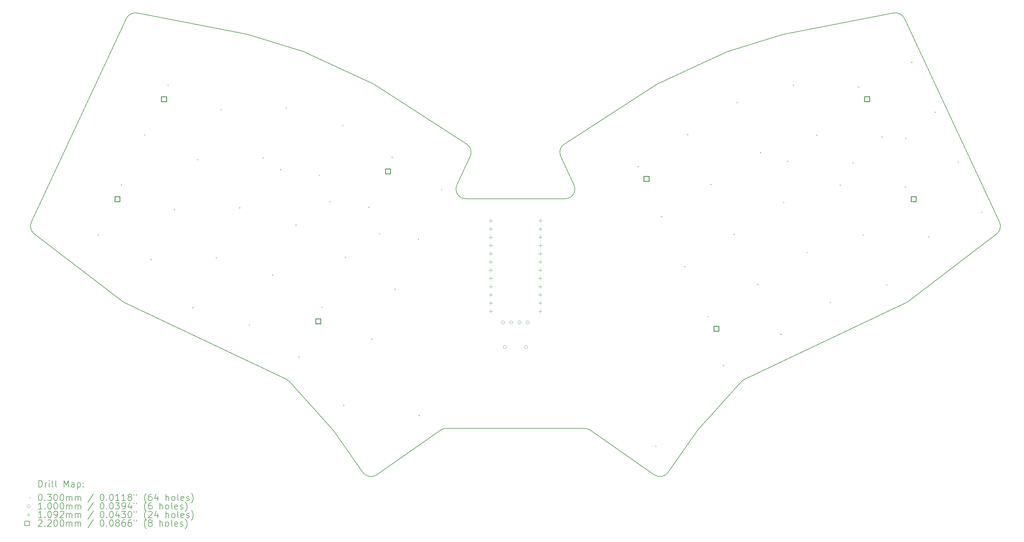
<source format=gbr>
%TF.GenerationSoftware,KiCad,Pcbnew,8.0.7*%
%TF.CreationDate,2024-12-17T03:44:43-05:00*%
%TF.ProjectId,choc,63686f63-2e6b-4696-9361-645f70636258,v1.0.0*%
%TF.SameCoordinates,Original*%
%TF.FileFunction,Drillmap*%
%TF.FilePolarity,Positive*%
%FSLAX45Y45*%
G04 Gerber Fmt 4.5, Leading zero omitted, Abs format (unit mm)*
G04 Created by KiCad (PCBNEW 8.0.7) date 2024-12-17 03:44:43*
%MOMM*%
%LPD*%
G01*
G04 APERTURE LIST*
%ADD10C,0.150000*%
%ADD11C,0.200000*%
%ADD12C,0.100000*%
%ADD13C,0.109220*%
%ADD14C,0.220000*%
G04 APERTURE END LIST*
D10*
X25406403Y-9322926D02*
X22591714Y-11144329D01*
X12825258Y-7760188D02*
X9427919Y-7102041D01*
X18949834Y-19909956D02*
X23227150Y-19909955D01*
X23227150Y-19909955D02*
G75*
G02*
X23399223Y-19964210I10J-299969D01*
G01*
X22891850Y-12400179D02*
G75*
G02*
X22619957Y-12826970I-271900J-126784D01*
G01*
X14117404Y-18460321D02*
X15470104Y-19962646D01*
X15470104Y-19962646D02*
G75*
G02*
X15492820Y-19991188I-222774J-200608D01*
G01*
X23399223Y-19964210D02*
X25369743Y-21343982D01*
X25787475Y-21270433D02*
X26684164Y-19991189D01*
X25406403Y-9322926D02*
G75*
G02*
X25442602Y-9302901I162906J-251737D01*
G01*
X33207217Y-15991107D02*
G75*
G02*
X33152797Y-16024362I-182778J237954D01*
G01*
X19557027Y-12826965D02*
G75*
G02*
X19285141Y-12400182I-8J299991D01*
G01*
X36004694Y-13546067D02*
X33078013Y-7269781D01*
X26706880Y-19962645D02*
X28059579Y-18460320D01*
X32749065Y-7102042D02*
X29351726Y-7760188D01*
X33207217Y-15991107D02*
X35915550Y-13910766D01*
X9024188Y-16024361D02*
G75*
G02*
X8969767Y-15991107I128312J271147D01*
G01*
X29320606Y-7767963D02*
G75*
G02*
X29351726Y-7760188I88194J-286831D01*
G01*
X6261435Y-13910766D02*
G75*
G02*
X6172291Y-13546067I182745J237913D01*
G01*
X16734382Y-9302899D02*
X14596826Y-8306140D01*
X16734382Y-9302899D02*
G75*
G02*
X16770581Y-9322925I-126802J-271935D01*
G01*
X12825258Y-7760188D02*
G75*
G02*
X12856377Y-7767963I-57098J-294666D01*
G01*
X19585270Y-11144330D02*
G75*
G02*
X19694183Y-11522982I-163000J-251874D01*
G01*
X22482805Y-11522980D02*
X22891850Y-12400179D01*
X36004694Y-13546066D02*
G75*
G02*
X35915551Y-13910768I-271894J-126788D01*
G01*
X26684164Y-19991189D02*
G75*
G02*
X26706881Y-19962645I245546J-172115D01*
G01*
X25787475Y-21270433D02*
G75*
G02*
X25369745Y-21343979I-245656J172190D01*
G01*
X16807241Y-21343983D02*
X18777761Y-19964210D01*
X29320606Y-7767963D02*
X27618767Y-8291283D01*
X14558216Y-8291283D02*
X12856377Y-7767963D01*
X6261435Y-13910766D02*
X8969767Y-15991107D01*
X19285135Y-12400179D02*
X19694179Y-11522981D01*
X27580158Y-8306141D02*
X25442602Y-9302900D01*
X28154196Y-18389893D02*
X33152796Y-16024361D01*
X14022788Y-18389891D02*
G75*
G02*
X14117404Y-18460321I-128308J-271142D01*
G01*
X22482805Y-11522980D02*
G75*
G02*
X22591715Y-11144330I271885J126787D01*
G01*
X9098971Y-7269781D02*
G75*
G02*
X9427920Y-7102038I271889J-126773D01*
G01*
X18777761Y-19964210D02*
G75*
G02*
X18949834Y-19909956I172069J-245734D01*
G01*
X16807241Y-21343983D02*
G75*
G02*
X16389513Y-21270430I-172072J245729D01*
G01*
X14558216Y-8291283D02*
G75*
G02*
X14596826Y-8306140I-88197J-286800D01*
G01*
X9098971Y-7269781D02*
X6172290Y-13546067D01*
X9024188Y-16024361D02*
X14022788Y-18389891D01*
X27580158Y-8306141D02*
G75*
G02*
X27618768Y-8291284I126772J-271853D01*
G01*
X32749065Y-7102042D02*
G75*
G02*
X33078011Y-7269782I57055J-294522D01*
G01*
X15492820Y-19991189D02*
X16389509Y-21270433D01*
X28059579Y-18460320D02*
G75*
G02*
X28154195Y-18389892I222931J-200723D01*
G01*
X19585270Y-11144330D02*
X16770581Y-9322926D01*
X22619957Y-12826964D02*
X19557027Y-12826965D01*
D11*
D12*
X8210089Y-13926299D02*
X8240089Y-13956299D01*
X8240089Y-13926299D02*
X8210089Y-13956299D01*
X8928540Y-12385576D02*
X8958540Y-12415576D01*
X8958540Y-12385576D02*
X8928540Y-12415576D01*
X9646991Y-10844852D02*
X9676991Y-10874852D01*
X9676991Y-10844852D02*
X9646991Y-10874852D01*
X9841443Y-14687011D02*
X9871443Y-14717011D01*
X9871443Y-14687011D02*
X9841443Y-14717011D01*
X10365443Y-9304129D02*
X10395443Y-9334129D01*
X10395443Y-9304129D02*
X10365443Y-9334129D01*
X10559894Y-13146288D02*
X10589894Y-13176288D01*
X10589894Y-13146288D02*
X10559894Y-13176288D01*
X11134703Y-16172771D02*
X11164703Y-16202771D01*
X11164703Y-16172771D02*
X11134703Y-16202771D01*
X11278345Y-11605565D02*
X11308345Y-11635565D01*
X11308345Y-11605565D02*
X11278345Y-11635565D01*
X11853153Y-14632047D02*
X11883153Y-14662047D01*
X11883153Y-14632047D02*
X11853153Y-14662047D01*
X11996796Y-10064842D02*
X12026796Y-10094842D01*
X12026796Y-10064842D02*
X11996796Y-10094842D01*
X12571605Y-13091324D02*
X12601605Y-13121324D01*
X12601605Y-13091324D02*
X12571605Y-13121324D01*
X12871711Y-16706906D02*
X12901711Y-16736906D01*
X12901711Y-16706906D02*
X12871711Y-16736906D01*
X13290055Y-11550601D02*
X13320055Y-11580601D01*
X13320055Y-11550601D02*
X13290055Y-11580601D01*
X13590163Y-15166184D02*
X13620163Y-15196184D01*
X13620163Y-15166184D02*
X13590163Y-15196184D01*
X13832362Y-11913821D02*
X13862362Y-11943821D01*
X13862362Y-11913821D02*
X13832362Y-11943821D01*
X14008507Y-10009878D02*
X14038507Y-10039878D01*
X14038507Y-10009878D02*
X14008507Y-10039878D01*
X14308613Y-13625460D02*
X14338613Y-13655460D01*
X14338613Y-13625460D02*
X14308613Y-13655460D01*
X14397411Y-17694197D02*
X14427411Y-17724197D01*
X14427411Y-17694197D02*
X14397411Y-17724197D01*
X15027064Y-12084737D02*
X15057064Y-12114737D01*
X15057064Y-12084737D02*
X15027064Y-12114737D01*
X15115862Y-16153473D02*
X15145862Y-16183473D01*
X15145862Y-16153473D02*
X15115862Y-16183473D01*
X15358062Y-12901110D02*
X15388062Y-12931110D01*
X15388062Y-12901110D02*
X15358062Y-12931110D01*
X15745516Y-10544013D02*
X15775516Y-10574013D01*
X15775516Y-10544013D02*
X15745516Y-10574013D01*
X15775439Y-19182556D02*
X15805439Y-19212556D01*
X15805439Y-19182556D02*
X15775439Y-19212556D01*
X15834313Y-14612750D02*
X15864313Y-14642750D01*
X15864313Y-14612750D02*
X15834313Y-14642750D01*
X16552763Y-13072027D02*
X16582763Y-13102027D01*
X16582763Y-13072027D02*
X16552763Y-13102027D01*
X16641561Y-17140763D02*
X16671561Y-17170763D01*
X16671561Y-17140763D02*
X16641561Y-17170763D01*
X16883761Y-13888401D02*
X16913761Y-13918401D01*
X16913761Y-13888401D02*
X16883761Y-13918401D01*
X17271215Y-11531304D02*
X17301215Y-11561304D01*
X17301215Y-11531304D02*
X17271215Y-11561304D01*
X17360012Y-15600039D02*
X17390012Y-15630039D01*
X17390012Y-15600039D02*
X17360012Y-15630039D01*
X18078463Y-14059316D02*
X18108463Y-14089316D01*
X18108463Y-14059316D02*
X18078463Y-14089316D01*
X18104928Y-19494249D02*
X18134928Y-19524249D01*
X18134928Y-19494249D02*
X18104928Y-19524249D01*
X18796915Y-12518593D02*
X18826915Y-12548593D01*
X18826915Y-12518593D02*
X18796915Y-12548593D01*
X24850008Y-11819160D02*
X24880008Y-11849160D01*
X24880008Y-11819160D02*
X24850008Y-11849160D01*
X25397753Y-20443518D02*
X25427753Y-20473518D01*
X25427753Y-20443518D02*
X25397753Y-20473518D01*
X25568460Y-13359884D02*
X25598460Y-13389884D01*
X25598460Y-13359884D02*
X25568460Y-13389884D01*
X26286911Y-14900606D02*
X26316911Y-14930606D01*
X26316911Y-14900606D02*
X26286911Y-14930606D01*
X26375709Y-10831870D02*
X26405709Y-10861870D01*
X26405709Y-10831870D02*
X26375709Y-10861870D01*
X27005362Y-16441330D02*
X27035362Y-16471330D01*
X27035362Y-16441330D02*
X27005362Y-16471330D01*
X27094159Y-12372593D02*
X27124159Y-12402593D01*
X27124159Y-12372593D02*
X27094159Y-12402593D01*
X27478957Y-17952651D02*
X27508957Y-17982651D01*
X27508957Y-17952651D02*
X27478957Y-17982651D01*
X27812610Y-13913316D02*
X27842610Y-13943316D01*
X27842610Y-13913316D02*
X27812610Y-13943316D01*
X27901408Y-9844580D02*
X27931408Y-9874580D01*
X27931408Y-9844580D02*
X27901408Y-9874580D01*
X28531061Y-15454040D02*
X28561061Y-15484040D01*
X28561061Y-15454040D02*
X28531061Y-15484040D01*
X28619859Y-11385303D02*
X28649859Y-11415303D01*
X28649859Y-11385303D02*
X28619859Y-11415303D01*
X29249513Y-16994763D02*
X29279513Y-17024763D01*
X29279513Y-16994763D02*
X29249513Y-17024763D01*
X29338310Y-12926026D02*
X29368310Y-12956026D01*
X29368310Y-12926026D02*
X29338310Y-12956026D01*
X29457998Y-11656500D02*
X29487998Y-11686500D01*
X29487998Y-11656500D02*
X29457998Y-11686500D01*
X29638417Y-9310445D02*
X29668417Y-9340445D01*
X29668417Y-9310445D02*
X29638417Y-9340445D01*
X30056761Y-14466750D02*
X30086761Y-14496750D01*
X30086761Y-14466750D02*
X30056761Y-14496750D01*
X30356867Y-10851168D02*
X30386867Y-10881168D01*
X30386867Y-10851168D02*
X30356867Y-10881168D01*
X30775212Y-16007473D02*
X30805212Y-16037473D01*
X30805212Y-16007473D02*
X30775212Y-16037473D01*
X31075318Y-12391890D02*
X31105318Y-12421890D01*
X31105318Y-12391890D02*
X31075318Y-12421890D01*
X31469709Y-11711464D02*
X31499709Y-11741464D01*
X31499709Y-11711464D02*
X31469709Y-11741464D01*
X31650127Y-9365408D02*
X31680127Y-9395408D01*
X31680127Y-9365408D02*
X31650127Y-9395408D01*
X31793769Y-13932614D02*
X31823769Y-13962614D01*
X31823769Y-13932614D02*
X31793769Y-13962614D01*
X32368578Y-10906132D02*
X32398578Y-10936132D01*
X32398578Y-10906132D02*
X32368578Y-10936132D01*
X32512220Y-15473338D02*
X32542220Y-15503338D01*
X32542220Y-15473338D02*
X32512220Y-15503338D01*
X33087029Y-12446855D02*
X33117029Y-12476855D01*
X33117029Y-12446855D02*
X33087029Y-12476855D01*
X33101063Y-10950751D02*
X33131063Y-10980751D01*
X33131063Y-10950751D02*
X33101063Y-10980751D01*
X33281481Y-8604696D02*
X33311481Y-8634696D01*
X33311481Y-8604696D02*
X33281481Y-8634696D01*
X33805480Y-13987579D02*
X33835480Y-14017579D01*
X33835480Y-13987579D02*
X33805480Y-14017579D01*
X33999932Y-10145419D02*
X34029932Y-10175419D01*
X34029932Y-10145419D02*
X33999932Y-10175419D01*
X34718383Y-11686142D02*
X34748383Y-11716142D01*
X34748383Y-11686142D02*
X34718383Y-11716142D01*
X35436834Y-13226865D02*
X35466834Y-13256865D01*
X35466834Y-13226865D02*
X35436834Y-13256865D01*
X20756492Y-16642799D02*
G75*
G02*
X20656492Y-16642799I-50000J0D01*
G01*
X20656492Y-16642799D02*
G75*
G02*
X20756492Y-16642799I50000J0D01*
G01*
X20813492Y-17402800D02*
G75*
G02*
X20713492Y-17402800I-50000J0D01*
G01*
X20713492Y-17402800D02*
G75*
G02*
X20813492Y-17402800I50000J0D01*
G01*
X21010492Y-16642800D02*
G75*
G02*
X20910492Y-16642800I-50000J0D01*
G01*
X20910492Y-16642800D02*
G75*
G02*
X21010492Y-16642800I50000J0D01*
G01*
X21264492Y-16642799D02*
G75*
G02*
X21164492Y-16642799I-50000J0D01*
G01*
X21164492Y-16642799D02*
G75*
G02*
X21264492Y-16642799I50000J0D01*
G01*
X21463492Y-17402800D02*
G75*
G02*
X21363492Y-17402800I-50000J0D01*
G01*
X21363492Y-17402800D02*
G75*
G02*
X21463492Y-17402800I50000J0D01*
G01*
X21518492Y-16642800D02*
G75*
G02*
X21418492Y-16642800I-50000J0D01*
G01*
X21418492Y-16642800D02*
G75*
G02*
X21518492Y-16642800I50000J0D01*
G01*
D13*
X20326491Y-14721190D02*
X20326491Y-14830410D01*
X20271881Y-14775800D02*
X20381101Y-14775800D01*
X20326491Y-14213190D02*
X20326491Y-14322410D01*
X20271881Y-14267800D02*
X20381101Y-14267800D01*
X20326491Y-15991190D02*
X20326491Y-16100410D01*
X20271881Y-16045800D02*
X20381101Y-16045800D01*
X20326492Y-13451190D02*
X20326492Y-13560410D01*
X20271882Y-13505800D02*
X20381102Y-13505800D01*
X20326492Y-13959190D02*
X20326492Y-14068410D01*
X20271882Y-14013800D02*
X20381102Y-14013800D01*
X20326492Y-14975190D02*
X20326492Y-15084410D01*
X20271882Y-15029800D02*
X20381102Y-15029800D01*
X20326492Y-15483190D02*
X20326492Y-15592410D01*
X20271882Y-15537800D02*
X20381102Y-15537800D01*
X20326492Y-15737190D02*
X20326492Y-15846410D01*
X20271882Y-15791800D02*
X20381102Y-15791800D01*
X20326492Y-16245190D02*
X20326492Y-16354410D01*
X20271882Y-16299800D02*
X20381102Y-16299800D01*
X20326492Y-13705190D02*
X20326492Y-13814410D01*
X20271882Y-13759800D02*
X20381102Y-13759800D01*
X20326492Y-14467190D02*
X20326492Y-14576410D01*
X20271882Y-14521800D02*
X20381102Y-14521800D01*
X20326492Y-15229190D02*
X20326492Y-15338410D01*
X20271882Y-15283800D02*
X20381102Y-15283800D01*
X21850491Y-14467190D02*
X21850491Y-14576410D01*
X21795881Y-14521800D02*
X21905101Y-14521800D01*
X21850491Y-15229190D02*
X21850491Y-15338410D01*
X21795881Y-15283800D02*
X21905101Y-15283800D01*
X21850491Y-15991190D02*
X21850491Y-16100410D01*
X21795881Y-16045800D02*
X21905101Y-16045800D01*
X21850492Y-13451190D02*
X21850492Y-13560410D01*
X21795882Y-13505800D02*
X21905102Y-13505800D01*
X21850492Y-13959190D02*
X21850492Y-14068410D01*
X21795882Y-14013800D02*
X21905102Y-14013800D01*
X21850492Y-14213190D02*
X21850492Y-14322410D01*
X21795882Y-14267800D02*
X21905102Y-14267800D01*
X21850492Y-14721190D02*
X21850492Y-14830410D01*
X21795882Y-14775800D02*
X21905102Y-14775800D01*
X21850492Y-15737190D02*
X21850492Y-15846410D01*
X21795882Y-15791800D02*
X21905102Y-15791800D01*
X21850492Y-16245190D02*
X21850492Y-16354410D01*
X21795882Y-16299800D02*
X21905102Y-16299800D01*
X21850492Y-13705190D02*
X21850492Y-13814410D01*
X21795882Y-13759800D02*
X21905102Y-13759800D01*
X21850492Y-15483190D02*
X21850492Y-15592410D01*
X21795882Y-15537800D02*
X21905102Y-15537800D01*
X21850492Y-14975190D02*
X21850492Y-15084410D01*
X21795882Y-15029800D02*
X21905102Y-15029800D01*
D14*
X8896852Y-12916836D02*
X8896852Y-12761271D01*
X8741287Y-12761271D01*
X8741287Y-12916836D01*
X8896852Y-12916836D01*
X10333754Y-9835390D02*
X10333754Y-9679825D01*
X10178189Y-9679825D01*
X10178189Y-9835390D01*
X10333754Y-9835390D01*
X15084173Y-16684734D02*
X15084173Y-16529169D01*
X14928608Y-16529169D01*
X14928608Y-16684734D01*
X15084173Y-16684734D01*
X17239526Y-12062564D02*
X17239526Y-11906999D01*
X17083961Y-11906999D01*
X17083961Y-12062564D01*
X17239526Y-12062564D01*
X25198677Y-12289141D02*
X25198677Y-12133576D01*
X25043112Y-12133576D01*
X25043112Y-12289141D01*
X25198677Y-12289141D01*
X27354030Y-16911311D02*
X27354030Y-16755746D01*
X27198465Y-16755746D01*
X27198465Y-16911311D01*
X27354030Y-16911311D01*
X31998795Y-9835390D02*
X31998795Y-9679825D01*
X31843230Y-9679825D01*
X31843230Y-9835390D01*
X31998795Y-9835390D01*
X33435697Y-12916836D02*
X33435697Y-12761271D01*
X33280132Y-12761271D01*
X33280132Y-12916836D01*
X33435697Y-12916836D01*
D11*
X6397460Y-21717223D02*
X6397460Y-21517223D01*
X6397460Y-21517223D02*
X6445079Y-21517223D01*
X6445079Y-21517223D02*
X6473650Y-21526747D01*
X6473650Y-21526747D02*
X6492698Y-21545795D01*
X6492698Y-21545795D02*
X6502222Y-21564842D01*
X6502222Y-21564842D02*
X6511745Y-21602938D01*
X6511745Y-21602938D02*
X6511745Y-21631509D01*
X6511745Y-21631509D02*
X6502222Y-21669604D01*
X6502222Y-21669604D02*
X6492698Y-21688652D01*
X6492698Y-21688652D02*
X6473650Y-21707700D01*
X6473650Y-21707700D02*
X6445079Y-21717223D01*
X6445079Y-21717223D02*
X6397460Y-21717223D01*
X6597460Y-21717223D02*
X6597460Y-21583890D01*
X6597460Y-21621985D02*
X6606984Y-21602938D01*
X6606984Y-21602938D02*
X6616507Y-21593414D01*
X6616507Y-21593414D02*
X6635555Y-21583890D01*
X6635555Y-21583890D02*
X6654603Y-21583890D01*
X6721269Y-21717223D02*
X6721269Y-21583890D01*
X6721269Y-21517223D02*
X6711745Y-21526747D01*
X6711745Y-21526747D02*
X6721269Y-21536271D01*
X6721269Y-21536271D02*
X6730793Y-21526747D01*
X6730793Y-21526747D02*
X6721269Y-21517223D01*
X6721269Y-21517223D02*
X6721269Y-21536271D01*
X6845079Y-21717223D02*
X6826031Y-21707700D01*
X6826031Y-21707700D02*
X6816507Y-21688652D01*
X6816507Y-21688652D02*
X6816507Y-21517223D01*
X6949841Y-21717223D02*
X6930793Y-21707700D01*
X6930793Y-21707700D02*
X6921269Y-21688652D01*
X6921269Y-21688652D02*
X6921269Y-21517223D01*
X7178412Y-21717223D02*
X7178412Y-21517223D01*
X7178412Y-21517223D02*
X7245079Y-21660080D01*
X7245079Y-21660080D02*
X7311745Y-21517223D01*
X7311745Y-21517223D02*
X7311745Y-21717223D01*
X7492698Y-21717223D02*
X7492698Y-21612461D01*
X7492698Y-21612461D02*
X7483174Y-21593414D01*
X7483174Y-21593414D02*
X7464126Y-21583890D01*
X7464126Y-21583890D02*
X7426031Y-21583890D01*
X7426031Y-21583890D02*
X7406984Y-21593414D01*
X7492698Y-21707700D02*
X7473650Y-21717223D01*
X7473650Y-21717223D02*
X7426031Y-21717223D01*
X7426031Y-21717223D02*
X7406984Y-21707700D01*
X7406984Y-21707700D02*
X7397460Y-21688652D01*
X7397460Y-21688652D02*
X7397460Y-21669604D01*
X7397460Y-21669604D02*
X7406984Y-21650557D01*
X7406984Y-21650557D02*
X7426031Y-21641033D01*
X7426031Y-21641033D02*
X7473650Y-21641033D01*
X7473650Y-21641033D02*
X7492698Y-21631509D01*
X7587936Y-21583890D02*
X7587936Y-21783890D01*
X7587936Y-21593414D02*
X7606984Y-21583890D01*
X7606984Y-21583890D02*
X7645079Y-21583890D01*
X7645079Y-21583890D02*
X7664126Y-21593414D01*
X7664126Y-21593414D02*
X7673650Y-21602938D01*
X7673650Y-21602938D02*
X7683174Y-21621985D01*
X7683174Y-21621985D02*
X7683174Y-21679128D01*
X7683174Y-21679128D02*
X7673650Y-21698176D01*
X7673650Y-21698176D02*
X7664126Y-21707700D01*
X7664126Y-21707700D02*
X7645079Y-21717223D01*
X7645079Y-21717223D02*
X7606984Y-21717223D01*
X7606984Y-21717223D02*
X7587936Y-21707700D01*
X7768888Y-21698176D02*
X7778412Y-21707700D01*
X7778412Y-21707700D02*
X7768888Y-21717223D01*
X7768888Y-21717223D02*
X7759365Y-21707700D01*
X7759365Y-21707700D02*
X7768888Y-21698176D01*
X7768888Y-21698176D02*
X7768888Y-21717223D01*
X7768888Y-21593414D02*
X7778412Y-21602938D01*
X7778412Y-21602938D02*
X7768888Y-21612461D01*
X7768888Y-21612461D02*
X7759365Y-21602938D01*
X7759365Y-21602938D02*
X7768888Y-21593414D01*
X7768888Y-21593414D02*
X7768888Y-21612461D01*
D12*
X6106683Y-22030740D02*
X6136683Y-22060740D01*
X6136683Y-22030740D02*
X6106683Y-22060740D01*
D11*
X6435555Y-21937223D02*
X6454603Y-21937223D01*
X6454603Y-21937223D02*
X6473650Y-21946747D01*
X6473650Y-21946747D02*
X6483174Y-21956271D01*
X6483174Y-21956271D02*
X6492698Y-21975319D01*
X6492698Y-21975319D02*
X6502222Y-22013414D01*
X6502222Y-22013414D02*
X6502222Y-22061033D01*
X6502222Y-22061033D02*
X6492698Y-22099128D01*
X6492698Y-22099128D02*
X6483174Y-22118176D01*
X6483174Y-22118176D02*
X6473650Y-22127700D01*
X6473650Y-22127700D02*
X6454603Y-22137223D01*
X6454603Y-22137223D02*
X6435555Y-22137223D01*
X6435555Y-22137223D02*
X6416507Y-22127700D01*
X6416507Y-22127700D02*
X6406984Y-22118176D01*
X6406984Y-22118176D02*
X6397460Y-22099128D01*
X6397460Y-22099128D02*
X6387936Y-22061033D01*
X6387936Y-22061033D02*
X6387936Y-22013414D01*
X6387936Y-22013414D02*
X6397460Y-21975319D01*
X6397460Y-21975319D02*
X6406984Y-21956271D01*
X6406984Y-21956271D02*
X6416507Y-21946747D01*
X6416507Y-21946747D02*
X6435555Y-21937223D01*
X6587936Y-22118176D02*
X6597460Y-22127700D01*
X6597460Y-22127700D02*
X6587936Y-22137223D01*
X6587936Y-22137223D02*
X6578412Y-22127700D01*
X6578412Y-22127700D02*
X6587936Y-22118176D01*
X6587936Y-22118176D02*
X6587936Y-22137223D01*
X6664126Y-21937223D02*
X6787936Y-21937223D01*
X6787936Y-21937223D02*
X6721269Y-22013414D01*
X6721269Y-22013414D02*
X6749841Y-22013414D01*
X6749841Y-22013414D02*
X6768888Y-22022938D01*
X6768888Y-22022938D02*
X6778412Y-22032461D01*
X6778412Y-22032461D02*
X6787936Y-22051509D01*
X6787936Y-22051509D02*
X6787936Y-22099128D01*
X6787936Y-22099128D02*
X6778412Y-22118176D01*
X6778412Y-22118176D02*
X6768888Y-22127700D01*
X6768888Y-22127700D02*
X6749841Y-22137223D01*
X6749841Y-22137223D02*
X6692698Y-22137223D01*
X6692698Y-22137223D02*
X6673650Y-22127700D01*
X6673650Y-22127700D02*
X6664126Y-22118176D01*
X6911745Y-21937223D02*
X6930793Y-21937223D01*
X6930793Y-21937223D02*
X6949841Y-21946747D01*
X6949841Y-21946747D02*
X6959365Y-21956271D01*
X6959365Y-21956271D02*
X6968888Y-21975319D01*
X6968888Y-21975319D02*
X6978412Y-22013414D01*
X6978412Y-22013414D02*
X6978412Y-22061033D01*
X6978412Y-22061033D02*
X6968888Y-22099128D01*
X6968888Y-22099128D02*
X6959365Y-22118176D01*
X6959365Y-22118176D02*
X6949841Y-22127700D01*
X6949841Y-22127700D02*
X6930793Y-22137223D01*
X6930793Y-22137223D02*
X6911745Y-22137223D01*
X6911745Y-22137223D02*
X6892698Y-22127700D01*
X6892698Y-22127700D02*
X6883174Y-22118176D01*
X6883174Y-22118176D02*
X6873650Y-22099128D01*
X6873650Y-22099128D02*
X6864126Y-22061033D01*
X6864126Y-22061033D02*
X6864126Y-22013414D01*
X6864126Y-22013414D02*
X6873650Y-21975319D01*
X6873650Y-21975319D02*
X6883174Y-21956271D01*
X6883174Y-21956271D02*
X6892698Y-21946747D01*
X6892698Y-21946747D02*
X6911745Y-21937223D01*
X7102222Y-21937223D02*
X7121269Y-21937223D01*
X7121269Y-21937223D02*
X7140317Y-21946747D01*
X7140317Y-21946747D02*
X7149841Y-21956271D01*
X7149841Y-21956271D02*
X7159365Y-21975319D01*
X7159365Y-21975319D02*
X7168888Y-22013414D01*
X7168888Y-22013414D02*
X7168888Y-22061033D01*
X7168888Y-22061033D02*
X7159365Y-22099128D01*
X7159365Y-22099128D02*
X7149841Y-22118176D01*
X7149841Y-22118176D02*
X7140317Y-22127700D01*
X7140317Y-22127700D02*
X7121269Y-22137223D01*
X7121269Y-22137223D02*
X7102222Y-22137223D01*
X7102222Y-22137223D02*
X7083174Y-22127700D01*
X7083174Y-22127700D02*
X7073650Y-22118176D01*
X7073650Y-22118176D02*
X7064126Y-22099128D01*
X7064126Y-22099128D02*
X7054603Y-22061033D01*
X7054603Y-22061033D02*
X7054603Y-22013414D01*
X7054603Y-22013414D02*
X7064126Y-21975319D01*
X7064126Y-21975319D02*
X7073650Y-21956271D01*
X7073650Y-21956271D02*
X7083174Y-21946747D01*
X7083174Y-21946747D02*
X7102222Y-21937223D01*
X7254603Y-22137223D02*
X7254603Y-22003890D01*
X7254603Y-22022938D02*
X7264126Y-22013414D01*
X7264126Y-22013414D02*
X7283174Y-22003890D01*
X7283174Y-22003890D02*
X7311746Y-22003890D01*
X7311746Y-22003890D02*
X7330793Y-22013414D01*
X7330793Y-22013414D02*
X7340317Y-22032461D01*
X7340317Y-22032461D02*
X7340317Y-22137223D01*
X7340317Y-22032461D02*
X7349841Y-22013414D01*
X7349841Y-22013414D02*
X7368888Y-22003890D01*
X7368888Y-22003890D02*
X7397460Y-22003890D01*
X7397460Y-22003890D02*
X7416507Y-22013414D01*
X7416507Y-22013414D02*
X7426031Y-22032461D01*
X7426031Y-22032461D02*
X7426031Y-22137223D01*
X7521269Y-22137223D02*
X7521269Y-22003890D01*
X7521269Y-22022938D02*
X7530793Y-22013414D01*
X7530793Y-22013414D02*
X7549841Y-22003890D01*
X7549841Y-22003890D02*
X7578412Y-22003890D01*
X7578412Y-22003890D02*
X7597460Y-22013414D01*
X7597460Y-22013414D02*
X7606984Y-22032461D01*
X7606984Y-22032461D02*
X7606984Y-22137223D01*
X7606984Y-22032461D02*
X7616507Y-22013414D01*
X7616507Y-22013414D02*
X7635555Y-22003890D01*
X7635555Y-22003890D02*
X7664126Y-22003890D01*
X7664126Y-22003890D02*
X7683174Y-22013414D01*
X7683174Y-22013414D02*
X7692698Y-22032461D01*
X7692698Y-22032461D02*
X7692698Y-22137223D01*
X8083174Y-21927700D02*
X7911746Y-22184842D01*
X8340317Y-21937223D02*
X8359365Y-21937223D01*
X8359365Y-21937223D02*
X8378412Y-21946747D01*
X8378412Y-21946747D02*
X8387936Y-21956271D01*
X8387936Y-21956271D02*
X8397460Y-21975319D01*
X8397460Y-21975319D02*
X8406984Y-22013414D01*
X8406984Y-22013414D02*
X8406984Y-22061033D01*
X8406984Y-22061033D02*
X8397460Y-22099128D01*
X8397460Y-22099128D02*
X8387936Y-22118176D01*
X8387936Y-22118176D02*
X8378412Y-22127700D01*
X8378412Y-22127700D02*
X8359365Y-22137223D01*
X8359365Y-22137223D02*
X8340317Y-22137223D01*
X8340317Y-22137223D02*
X8321269Y-22127700D01*
X8321269Y-22127700D02*
X8311746Y-22118176D01*
X8311746Y-22118176D02*
X8302222Y-22099128D01*
X8302222Y-22099128D02*
X8292698Y-22061033D01*
X8292698Y-22061033D02*
X8292698Y-22013414D01*
X8292698Y-22013414D02*
X8302222Y-21975319D01*
X8302222Y-21975319D02*
X8311746Y-21956271D01*
X8311746Y-21956271D02*
X8321269Y-21946747D01*
X8321269Y-21946747D02*
X8340317Y-21937223D01*
X8492698Y-22118176D02*
X8502222Y-22127700D01*
X8502222Y-22127700D02*
X8492698Y-22137223D01*
X8492698Y-22137223D02*
X8483174Y-22127700D01*
X8483174Y-22127700D02*
X8492698Y-22118176D01*
X8492698Y-22118176D02*
X8492698Y-22137223D01*
X8626031Y-21937223D02*
X8645079Y-21937223D01*
X8645079Y-21937223D02*
X8664127Y-21946747D01*
X8664127Y-21946747D02*
X8673651Y-21956271D01*
X8673651Y-21956271D02*
X8683174Y-21975319D01*
X8683174Y-21975319D02*
X8692698Y-22013414D01*
X8692698Y-22013414D02*
X8692698Y-22061033D01*
X8692698Y-22061033D02*
X8683174Y-22099128D01*
X8683174Y-22099128D02*
X8673651Y-22118176D01*
X8673651Y-22118176D02*
X8664127Y-22127700D01*
X8664127Y-22127700D02*
X8645079Y-22137223D01*
X8645079Y-22137223D02*
X8626031Y-22137223D01*
X8626031Y-22137223D02*
X8606984Y-22127700D01*
X8606984Y-22127700D02*
X8597460Y-22118176D01*
X8597460Y-22118176D02*
X8587936Y-22099128D01*
X8587936Y-22099128D02*
X8578412Y-22061033D01*
X8578412Y-22061033D02*
X8578412Y-22013414D01*
X8578412Y-22013414D02*
X8587936Y-21975319D01*
X8587936Y-21975319D02*
X8597460Y-21956271D01*
X8597460Y-21956271D02*
X8606984Y-21946747D01*
X8606984Y-21946747D02*
X8626031Y-21937223D01*
X8883174Y-22137223D02*
X8768889Y-22137223D01*
X8826031Y-22137223D02*
X8826031Y-21937223D01*
X8826031Y-21937223D02*
X8806984Y-21965795D01*
X8806984Y-21965795D02*
X8787936Y-21984842D01*
X8787936Y-21984842D02*
X8768889Y-21994366D01*
X9073651Y-22137223D02*
X8959365Y-22137223D01*
X9016508Y-22137223D02*
X9016508Y-21937223D01*
X9016508Y-21937223D02*
X8997460Y-21965795D01*
X8997460Y-21965795D02*
X8978412Y-21984842D01*
X8978412Y-21984842D02*
X8959365Y-21994366D01*
X9187936Y-22022938D02*
X9168889Y-22013414D01*
X9168889Y-22013414D02*
X9159365Y-22003890D01*
X9159365Y-22003890D02*
X9149841Y-21984842D01*
X9149841Y-21984842D02*
X9149841Y-21975319D01*
X9149841Y-21975319D02*
X9159365Y-21956271D01*
X9159365Y-21956271D02*
X9168889Y-21946747D01*
X9168889Y-21946747D02*
X9187936Y-21937223D01*
X9187936Y-21937223D02*
X9226032Y-21937223D01*
X9226032Y-21937223D02*
X9245079Y-21946747D01*
X9245079Y-21946747D02*
X9254603Y-21956271D01*
X9254603Y-21956271D02*
X9264127Y-21975319D01*
X9264127Y-21975319D02*
X9264127Y-21984842D01*
X9264127Y-21984842D02*
X9254603Y-22003890D01*
X9254603Y-22003890D02*
X9245079Y-22013414D01*
X9245079Y-22013414D02*
X9226032Y-22022938D01*
X9226032Y-22022938D02*
X9187936Y-22022938D01*
X9187936Y-22022938D02*
X9168889Y-22032461D01*
X9168889Y-22032461D02*
X9159365Y-22041985D01*
X9159365Y-22041985D02*
X9149841Y-22061033D01*
X9149841Y-22061033D02*
X9149841Y-22099128D01*
X9149841Y-22099128D02*
X9159365Y-22118176D01*
X9159365Y-22118176D02*
X9168889Y-22127700D01*
X9168889Y-22127700D02*
X9187936Y-22137223D01*
X9187936Y-22137223D02*
X9226032Y-22137223D01*
X9226032Y-22137223D02*
X9245079Y-22127700D01*
X9245079Y-22127700D02*
X9254603Y-22118176D01*
X9254603Y-22118176D02*
X9264127Y-22099128D01*
X9264127Y-22099128D02*
X9264127Y-22061033D01*
X9264127Y-22061033D02*
X9254603Y-22041985D01*
X9254603Y-22041985D02*
X9245079Y-22032461D01*
X9245079Y-22032461D02*
X9226032Y-22022938D01*
X9340317Y-21937223D02*
X9340317Y-21975319D01*
X9416508Y-21937223D02*
X9416508Y-21975319D01*
X9711746Y-22213414D02*
X9702222Y-22203890D01*
X9702222Y-22203890D02*
X9683174Y-22175319D01*
X9683174Y-22175319D02*
X9673651Y-22156271D01*
X9673651Y-22156271D02*
X9664127Y-22127700D01*
X9664127Y-22127700D02*
X9654603Y-22080080D01*
X9654603Y-22080080D02*
X9654603Y-22041985D01*
X9654603Y-22041985D02*
X9664127Y-21994366D01*
X9664127Y-21994366D02*
X9673651Y-21965795D01*
X9673651Y-21965795D02*
X9683174Y-21946747D01*
X9683174Y-21946747D02*
X9702222Y-21918176D01*
X9702222Y-21918176D02*
X9711746Y-21908652D01*
X9873651Y-21937223D02*
X9835555Y-21937223D01*
X9835555Y-21937223D02*
X9816508Y-21946747D01*
X9816508Y-21946747D02*
X9806984Y-21956271D01*
X9806984Y-21956271D02*
X9787936Y-21984842D01*
X9787936Y-21984842D02*
X9778413Y-22022938D01*
X9778413Y-22022938D02*
X9778413Y-22099128D01*
X9778413Y-22099128D02*
X9787936Y-22118176D01*
X9787936Y-22118176D02*
X9797460Y-22127700D01*
X9797460Y-22127700D02*
X9816508Y-22137223D01*
X9816508Y-22137223D02*
X9854603Y-22137223D01*
X9854603Y-22137223D02*
X9873651Y-22127700D01*
X9873651Y-22127700D02*
X9883174Y-22118176D01*
X9883174Y-22118176D02*
X9892698Y-22099128D01*
X9892698Y-22099128D02*
X9892698Y-22051509D01*
X9892698Y-22051509D02*
X9883174Y-22032461D01*
X9883174Y-22032461D02*
X9873651Y-22022938D01*
X9873651Y-22022938D02*
X9854603Y-22013414D01*
X9854603Y-22013414D02*
X9816508Y-22013414D01*
X9816508Y-22013414D02*
X9797460Y-22022938D01*
X9797460Y-22022938D02*
X9787936Y-22032461D01*
X9787936Y-22032461D02*
X9778413Y-22051509D01*
X10064127Y-22003890D02*
X10064127Y-22137223D01*
X10016508Y-21927700D02*
X9968889Y-22070557D01*
X9968889Y-22070557D02*
X10092698Y-22070557D01*
X10321270Y-22137223D02*
X10321270Y-21937223D01*
X10406984Y-22137223D02*
X10406984Y-22032461D01*
X10406984Y-22032461D02*
X10397460Y-22013414D01*
X10397460Y-22013414D02*
X10378413Y-22003890D01*
X10378413Y-22003890D02*
X10349841Y-22003890D01*
X10349841Y-22003890D02*
X10330794Y-22013414D01*
X10330794Y-22013414D02*
X10321270Y-22022938D01*
X10530794Y-22137223D02*
X10511746Y-22127700D01*
X10511746Y-22127700D02*
X10502222Y-22118176D01*
X10502222Y-22118176D02*
X10492698Y-22099128D01*
X10492698Y-22099128D02*
X10492698Y-22041985D01*
X10492698Y-22041985D02*
X10502222Y-22022938D01*
X10502222Y-22022938D02*
X10511746Y-22013414D01*
X10511746Y-22013414D02*
X10530794Y-22003890D01*
X10530794Y-22003890D02*
X10559365Y-22003890D01*
X10559365Y-22003890D02*
X10578413Y-22013414D01*
X10578413Y-22013414D02*
X10587936Y-22022938D01*
X10587936Y-22022938D02*
X10597460Y-22041985D01*
X10597460Y-22041985D02*
X10597460Y-22099128D01*
X10597460Y-22099128D02*
X10587936Y-22118176D01*
X10587936Y-22118176D02*
X10578413Y-22127700D01*
X10578413Y-22127700D02*
X10559365Y-22137223D01*
X10559365Y-22137223D02*
X10530794Y-22137223D01*
X10711746Y-22137223D02*
X10692698Y-22127700D01*
X10692698Y-22127700D02*
X10683175Y-22108652D01*
X10683175Y-22108652D02*
X10683175Y-21937223D01*
X10864127Y-22127700D02*
X10845079Y-22137223D01*
X10845079Y-22137223D02*
X10806984Y-22137223D01*
X10806984Y-22137223D02*
X10787936Y-22127700D01*
X10787936Y-22127700D02*
X10778413Y-22108652D01*
X10778413Y-22108652D02*
X10778413Y-22032461D01*
X10778413Y-22032461D02*
X10787936Y-22013414D01*
X10787936Y-22013414D02*
X10806984Y-22003890D01*
X10806984Y-22003890D02*
X10845079Y-22003890D01*
X10845079Y-22003890D02*
X10864127Y-22013414D01*
X10864127Y-22013414D02*
X10873651Y-22032461D01*
X10873651Y-22032461D02*
X10873651Y-22051509D01*
X10873651Y-22051509D02*
X10778413Y-22070557D01*
X10949841Y-22127700D02*
X10968889Y-22137223D01*
X10968889Y-22137223D02*
X11006984Y-22137223D01*
X11006984Y-22137223D02*
X11026032Y-22127700D01*
X11026032Y-22127700D02*
X11035556Y-22108652D01*
X11035556Y-22108652D02*
X11035556Y-22099128D01*
X11035556Y-22099128D02*
X11026032Y-22080080D01*
X11026032Y-22080080D02*
X11006984Y-22070557D01*
X11006984Y-22070557D02*
X10978413Y-22070557D01*
X10978413Y-22070557D02*
X10959365Y-22061033D01*
X10959365Y-22061033D02*
X10949841Y-22041985D01*
X10949841Y-22041985D02*
X10949841Y-22032461D01*
X10949841Y-22032461D02*
X10959365Y-22013414D01*
X10959365Y-22013414D02*
X10978413Y-22003890D01*
X10978413Y-22003890D02*
X11006984Y-22003890D01*
X11006984Y-22003890D02*
X11026032Y-22013414D01*
X11102222Y-22213414D02*
X11111746Y-22203890D01*
X11111746Y-22203890D02*
X11130794Y-22175319D01*
X11130794Y-22175319D02*
X11140317Y-22156271D01*
X11140317Y-22156271D02*
X11149841Y-22127700D01*
X11149841Y-22127700D02*
X11159365Y-22080080D01*
X11159365Y-22080080D02*
X11159365Y-22041985D01*
X11159365Y-22041985D02*
X11149841Y-21994366D01*
X11149841Y-21994366D02*
X11140317Y-21965795D01*
X11140317Y-21965795D02*
X11130794Y-21946747D01*
X11130794Y-21946747D02*
X11111746Y-21918176D01*
X11111746Y-21918176D02*
X11102222Y-21908652D01*
D12*
X6136683Y-22309740D02*
G75*
G02*
X6036683Y-22309740I-50000J0D01*
G01*
X6036683Y-22309740D02*
G75*
G02*
X6136683Y-22309740I50000J0D01*
G01*
D11*
X6502222Y-22401223D02*
X6387936Y-22401223D01*
X6445079Y-22401223D02*
X6445079Y-22201223D01*
X6445079Y-22201223D02*
X6426031Y-22229795D01*
X6426031Y-22229795D02*
X6406984Y-22248842D01*
X6406984Y-22248842D02*
X6387936Y-22258366D01*
X6587936Y-22382176D02*
X6597460Y-22391699D01*
X6597460Y-22391699D02*
X6587936Y-22401223D01*
X6587936Y-22401223D02*
X6578412Y-22391699D01*
X6578412Y-22391699D02*
X6587936Y-22382176D01*
X6587936Y-22382176D02*
X6587936Y-22401223D01*
X6721269Y-22201223D02*
X6740317Y-22201223D01*
X6740317Y-22201223D02*
X6759365Y-22210747D01*
X6759365Y-22210747D02*
X6768888Y-22220271D01*
X6768888Y-22220271D02*
X6778412Y-22239319D01*
X6778412Y-22239319D02*
X6787936Y-22277414D01*
X6787936Y-22277414D02*
X6787936Y-22325033D01*
X6787936Y-22325033D02*
X6778412Y-22363128D01*
X6778412Y-22363128D02*
X6768888Y-22382176D01*
X6768888Y-22382176D02*
X6759365Y-22391699D01*
X6759365Y-22391699D02*
X6740317Y-22401223D01*
X6740317Y-22401223D02*
X6721269Y-22401223D01*
X6721269Y-22401223D02*
X6702222Y-22391699D01*
X6702222Y-22391699D02*
X6692698Y-22382176D01*
X6692698Y-22382176D02*
X6683174Y-22363128D01*
X6683174Y-22363128D02*
X6673650Y-22325033D01*
X6673650Y-22325033D02*
X6673650Y-22277414D01*
X6673650Y-22277414D02*
X6683174Y-22239319D01*
X6683174Y-22239319D02*
X6692698Y-22220271D01*
X6692698Y-22220271D02*
X6702222Y-22210747D01*
X6702222Y-22210747D02*
X6721269Y-22201223D01*
X6911745Y-22201223D02*
X6930793Y-22201223D01*
X6930793Y-22201223D02*
X6949841Y-22210747D01*
X6949841Y-22210747D02*
X6959365Y-22220271D01*
X6959365Y-22220271D02*
X6968888Y-22239319D01*
X6968888Y-22239319D02*
X6978412Y-22277414D01*
X6978412Y-22277414D02*
X6978412Y-22325033D01*
X6978412Y-22325033D02*
X6968888Y-22363128D01*
X6968888Y-22363128D02*
X6959365Y-22382176D01*
X6959365Y-22382176D02*
X6949841Y-22391699D01*
X6949841Y-22391699D02*
X6930793Y-22401223D01*
X6930793Y-22401223D02*
X6911745Y-22401223D01*
X6911745Y-22401223D02*
X6892698Y-22391699D01*
X6892698Y-22391699D02*
X6883174Y-22382176D01*
X6883174Y-22382176D02*
X6873650Y-22363128D01*
X6873650Y-22363128D02*
X6864126Y-22325033D01*
X6864126Y-22325033D02*
X6864126Y-22277414D01*
X6864126Y-22277414D02*
X6873650Y-22239319D01*
X6873650Y-22239319D02*
X6883174Y-22220271D01*
X6883174Y-22220271D02*
X6892698Y-22210747D01*
X6892698Y-22210747D02*
X6911745Y-22201223D01*
X7102222Y-22201223D02*
X7121269Y-22201223D01*
X7121269Y-22201223D02*
X7140317Y-22210747D01*
X7140317Y-22210747D02*
X7149841Y-22220271D01*
X7149841Y-22220271D02*
X7159365Y-22239319D01*
X7159365Y-22239319D02*
X7168888Y-22277414D01*
X7168888Y-22277414D02*
X7168888Y-22325033D01*
X7168888Y-22325033D02*
X7159365Y-22363128D01*
X7159365Y-22363128D02*
X7149841Y-22382176D01*
X7149841Y-22382176D02*
X7140317Y-22391699D01*
X7140317Y-22391699D02*
X7121269Y-22401223D01*
X7121269Y-22401223D02*
X7102222Y-22401223D01*
X7102222Y-22401223D02*
X7083174Y-22391699D01*
X7083174Y-22391699D02*
X7073650Y-22382176D01*
X7073650Y-22382176D02*
X7064126Y-22363128D01*
X7064126Y-22363128D02*
X7054603Y-22325033D01*
X7054603Y-22325033D02*
X7054603Y-22277414D01*
X7054603Y-22277414D02*
X7064126Y-22239319D01*
X7064126Y-22239319D02*
X7073650Y-22220271D01*
X7073650Y-22220271D02*
X7083174Y-22210747D01*
X7083174Y-22210747D02*
X7102222Y-22201223D01*
X7254603Y-22401223D02*
X7254603Y-22267890D01*
X7254603Y-22286938D02*
X7264126Y-22277414D01*
X7264126Y-22277414D02*
X7283174Y-22267890D01*
X7283174Y-22267890D02*
X7311746Y-22267890D01*
X7311746Y-22267890D02*
X7330793Y-22277414D01*
X7330793Y-22277414D02*
X7340317Y-22296461D01*
X7340317Y-22296461D02*
X7340317Y-22401223D01*
X7340317Y-22296461D02*
X7349841Y-22277414D01*
X7349841Y-22277414D02*
X7368888Y-22267890D01*
X7368888Y-22267890D02*
X7397460Y-22267890D01*
X7397460Y-22267890D02*
X7416507Y-22277414D01*
X7416507Y-22277414D02*
X7426031Y-22296461D01*
X7426031Y-22296461D02*
X7426031Y-22401223D01*
X7521269Y-22401223D02*
X7521269Y-22267890D01*
X7521269Y-22286938D02*
X7530793Y-22277414D01*
X7530793Y-22277414D02*
X7549841Y-22267890D01*
X7549841Y-22267890D02*
X7578412Y-22267890D01*
X7578412Y-22267890D02*
X7597460Y-22277414D01*
X7597460Y-22277414D02*
X7606984Y-22296461D01*
X7606984Y-22296461D02*
X7606984Y-22401223D01*
X7606984Y-22296461D02*
X7616507Y-22277414D01*
X7616507Y-22277414D02*
X7635555Y-22267890D01*
X7635555Y-22267890D02*
X7664126Y-22267890D01*
X7664126Y-22267890D02*
X7683174Y-22277414D01*
X7683174Y-22277414D02*
X7692698Y-22296461D01*
X7692698Y-22296461D02*
X7692698Y-22401223D01*
X8083174Y-22191700D02*
X7911746Y-22448842D01*
X8340317Y-22201223D02*
X8359365Y-22201223D01*
X8359365Y-22201223D02*
X8378412Y-22210747D01*
X8378412Y-22210747D02*
X8387936Y-22220271D01*
X8387936Y-22220271D02*
X8397460Y-22239319D01*
X8397460Y-22239319D02*
X8406984Y-22277414D01*
X8406984Y-22277414D02*
X8406984Y-22325033D01*
X8406984Y-22325033D02*
X8397460Y-22363128D01*
X8397460Y-22363128D02*
X8387936Y-22382176D01*
X8387936Y-22382176D02*
X8378412Y-22391699D01*
X8378412Y-22391699D02*
X8359365Y-22401223D01*
X8359365Y-22401223D02*
X8340317Y-22401223D01*
X8340317Y-22401223D02*
X8321269Y-22391699D01*
X8321269Y-22391699D02*
X8311746Y-22382176D01*
X8311746Y-22382176D02*
X8302222Y-22363128D01*
X8302222Y-22363128D02*
X8292698Y-22325033D01*
X8292698Y-22325033D02*
X8292698Y-22277414D01*
X8292698Y-22277414D02*
X8302222Y-22239319D01*
X8302222Y-22239319D02*
X8311746Y-22220271D01*
X8311746Y-22220271D02*
X8321269Y-22210747D01*
X8321269Y-22210747D02*
X8340317Y-22201223D01*
X8492698Y-22382176D02*
X8502222Y-22391699D01*
X8502222Y-22391699D02*
X8492698Y-22401223D01*
X8492698Y-22401223D02*
X8483174Y-22391699D01*
X8483174Y-22391699D02*
X8492698Y-22382176D01*
X8492698Y-22382176D02*
X8492698Y-22401223D01*
X8626031Y-22201223D02*
X8645079Y-22201223D01*
X8645079Y-22201223D02*
X8664127Y-22210747D01*
X8664127Y-22210747D02*
X8673651Y-22220271D01*
X8673651Y-22220271D02*
X8683174Y-22239319D01*
X8683174Y-22239319D02*
X8692698Y-22277414D01*
X8692698Y-22277414D02*
X8692698Y-22325033D01*
X8692698Y-22325033D02*
X8683174Y-22363128D01*
X8683174Y-22363128D02*
X8673651Y-22382176D01*
X8673651Y-22382176D02*
X8664127Y-22391699D01*
X8664127Y-22391699D02*
X8645079Y-22401223D01*
X8645079Y-22401223D02*
X8626031Y-22401223D01*
X8626031Y-22401223D02*
X8606984Y-22391699D01*
X8606984Y-22391699D02*
X8597460Y-22382176D01*
X8597460Y-22382176D02*
X8587936Y-22363128D01*
X8587936Y-22363128D02*
X8578412Y-22325033D01*
X8578412Y-22325033D02*
X8578412Y-22277414D01*
X8578412Y-22277414D02*
X8587936Y-22239319D01*
X8587936Y-22239319D02*
X8597460Y-22220271D01*
X8597460Y-22220271D02*
X8606984Y-22210747D01*
X8606984Y-22210747D02*
X8626031Y-22201223D01*
X8759365Y-22201223D02*
X8883174Y-22201223D01*
X8883174Y-22201223D02*
X8816508Y-22277414D01*
X8816508Y-22277414D02*
X8845079Y-22277414D01*
X8845079Y-22277414D02*
X8864127Y-22286938D01*
X8864127Y-22286938D02*
X8873651Y-22296461D01*
X8873651Y-22296461D02*
X8883174Y-22315509D01*
X8883174Y-22315509D02*
X8883174Y-22363128D01*
X8883174Y-22363128D02*
X8873651Y-22382176D01*
X8873651Y-22382176D02*
X8864127Y-22391699D01*
X8864127Y-22391699D02*
X8845079Y-22401223D01*
X8845079Y-22401223D02*
X8787936Y-22401223D01*
X8787936Y-22401223D02*
X8768889Y-22391699D01*
X8768889Y-22391699D02*
X8759365Y-22382176D01*
X8978412Y-22401223D02*
X9016508Y-22401223D01*
X9016508Y-22401223D02*
X9035555Y-22391699D01*
X9035555Y-22391699D02*
X9045079Y-22382176D01*
X9045079Y-22382176D02*
X9064127Y-22353604D01*
X9064127Y-22353604D02*
X9073651Y-22315509D01*
X9073651Y-22315509D02*
X9073651Y-22239319D01*
X9073651Y-22239319D02*
X9064127Y-22220271D01*
X9064127Y-22220271D02*
X9054603Y-22210747D01*
X9054603Y-22210747D02*
X9035555Y-22201223D01*
X9035555Y-22201223D02*
X8997460Y-22201223D01*
X8997460Y-22201223D02*
X8978412Y-22210747D01*
X8978412Y-22210747D02*
X8968889Y-22220271D01*
X8968889Y-22220271D02*
X8959365Y-22239319D01*
X8959365Y-22239319D02*
X8959365Y-22286938D01*
X8959365Y-22286938D02*
X8968889Y-22305985D01*
X8968889Y-22305985D02*
X8978412Y-22315509D01*
X8978412Y-22315509D02*
X8997460Y-22325033D01*
X8997460Y-22325033D02*
X9035555Y-22325033D01*
X9035555Y-22325033D02*
X9054603Y-22315509D01*
X9054603Y-22315509D02*
X9064127Y-22305985D01*
X9064127Y-22305985D02*
X9073651Y-22286938D01*
X9245079Y-22267890D02*
X9245079Y-22401223D01*
X9197460Y-22191700D02*
X9149841Y-22334557D01*
X9149841Y-22334557D02*
X9273651Y-22334557D01*
X9340317Y-22201223D02*
X9340317Y-22239319D01*
X9416508Y-22201223D02*
X9416508Y-22239319D01*
X9711746Y-22477414D02*
X9702222Y-22467890D01*
X9702222Y-22467890D02*
X9683174Y-22439318D01*
X9683174Y-22439318D02*
X9673651Y-22420271D01*
X9673651Y-22420271D02*
X9664127Y-22391699D01*
X9664127Y-22391699D02*
X9654603Y-22344080D01*
X9654603Y-22344080D02*
X9654603Y-22305985D01*
X9654603Y-22305985D02*
X9664127Y-22258366D01*
X9664127Y-22258366D02*
X9673651Y-22229795D01*
X9673651Y-22229795D02*
X9683174Y-22210747D01*
X9683174Y-22210747D02*
X9702222Y-22182176D01*
X9702222Y-22182176D02*
X9711746Y-22172652D01*
X9873651Y-22201223D02*
X9835555Y-22201223D01*
X9835555Y-22201223D02*
X9816508Y-22210747D01*
X9816508Y-22210747D02*
X9806984Y-22220271D01*
X9806984Y-22220271D02*
X9787936Y-22248842D01*
X9787936Y-22248842D02*
X9778413Y-22286938D01*
X9778413Y-22286938D02*
X9778413Y-22363128D01*
X9778413Y-22363128D02*
X9787936Y-22382176D01*
X9787936Y-22382176D02*
X9797460Y-22391699D01*
X9797460Y-22391699D02*
X9816508Y-22401223D01*
X9816508Y-22401223D02*
X9854603Y-22401223D01*
X9854603Y-22401223D02*
X9873651Y-22391699D01*
X9873651Y-22391699D02*
X9883174Y-22382176D01*
X9883174Y-22382176D02*
X9892698Y-22363128D01*
X9892698Y-22363128D02*
X9892698Y-22315509D01*
X9892698Y-22315509D02*
X9883174Y-22296461D01*
X9883174Y-22296461D02*
X9873651Y-22286938D01*
X9873651Y-22286938D02*
X9854603Y-22277414D01*
X9854603Y-22277414D02*
X9816508Y-22277414D01*
X9816508Y-22277414D02*
X9797460Y-22286938D01*
X9797460Y-22286938D02*
X9787936Y-22296461D01*
X9787936Y-22296461D02*
X9778413Y-22315509D01*
X10130794Y-22401223D02*
X10130794Y-22201223D01*
X10216508Y-22401223D02*
X10216508Y-22296461D01*
X10216508Y-22296461D02*
X10206984Y-22277414D01*
X10206984Y-22277414D02*
X10187936Y-22267890D01*
X10187936Y-22267890D02*
X10159365Y-22267890D01*
X10159365Y-22267890D02*
X10140317Y-22277414D01*
X10140317Y-22277414D02*
X10130794Y-22286938D01*
X10340317Y-22401223D02*
X10321270Y-22391699D01*
X10321270Y-22391699D02*
X10311746Y-22382176D01*
X10311746Y-22382176D02*
X10302222Y-22363128D01*
X10302222Y-22363128D02*
X10302222Y-22305985D01*
X10302222Y-22305985D02*
X10311746Y-22286938D01*
X10311746Y-22286938D02*
X10321270Y-22277414D01*
X10321270Y-22277414D02*
X10340317Y-22267890D01*
X10340317Y-22267890D02*
X10368889Y-22267890D01*
X10368889Y-22267890D02*
X10387936Y-22277414D01*
X10387936Y-22277414D02*
X10397460Y-22286938D01*
X10397460Y-22286938D02*
X10406984Y-22305985D01*
X10406984Y-22305985D02*
X10406984Y-22363128D01*
X10406984Y-22363128D02*
X10397460Y-22382176D01*
X10397460Y-22382176D02*
X10387936Y-22391699D01*
X10387936Y-22391699D02*
X10368889Y-22401223D01*
X10368889Y-22401223D02*
X10340317Y-22401223D01*
X10521270Y-22401223D02*
X10502222Y-22391699D01*
X10502222Y-22391699D02*
X10492698Y-22372652D01*
X10492698Y-22372652D02*
X10492698Y-22201223D01*
X10673651Y-22391699D02*
X10654603Y-22401223D01*
X10654603Y-22401223D02*
X10616508Y-22401223D01*
X10616508Y-22401223D02*
X10597460Y-22391699D01*
X10597460Y-22391699D02*
X10587936Y-22372652D01*
X10587936Y-22372652D02*
X10587936Y-22296461D01*
X10587936Y-22296461D02*
X10597460Y-22277414D01*
X10597460Y-22277414D02*
X10616508Y-22267890D01*
X10616508Y-22267890D02*
X10654603Y-22267890D01*
X10654603Y-22267890D02*
X10673651Y-22277414D01*
X10673651Y-22277414D02*
X10683175Y-22296461D01*
X10683175Y-22296461D02*
X10683175Y-22315509D01*
X10683175Y-22315509D02*
X10587936Y-22334557D01*
X10759365Y-22391699D02*
X10778413Y-22401223D01*
X10778413Y-22401223D02*
X10816508Y-22401223D01*
X10816508Y-22401223D02*
X10835556Y-22391699D01*
X10835556Y-22391699D02*
X10845079Y-22372652D01*
X10845079Y-22372652D02*
X10845079Y-22363128D01*
X10845079Y-22363128D02*
X10835556Y-22344080D01*
X10835556Y-22344080D02*
X10816508Y-22334557D01*
X10816508Y-22334557D02*
X10787936Y-22334557D01*
X10787936Y-22334557D02*
X10768889Y-22325033D01*
X10768889Y-22325033D02*
X10759365Y-22305985D01*
X10759365Y-22305985D02*
X10759365Y-22296461D01*
X10759365Y-22296461D02*
X10768889Y-22277414D01*
X10768889Y-22277414D02*
X10787936Y-22267890D01*
X10787936Y-22267890D02*
X10816508Y-22267890D01*
X10816508Y-22267890D02*
X10835556Y-22277414D01*
X10911746Y-22477414D02*
X10921270Y-22467890D01*
X10921270Y-22467890D02*
X10940317Y-22439318D01*
X10940317Y-22439318D02*
X10949841Y-22420271D01*
X10949841Y-22420271D02*
X10959365Y-22391699D01*
X10959365Y-22391699D02*
X10968889Y-22344080D01*
X10968889Y-22344080D02*
X10968889Y-22305985D01*
X10968889Y-22305985D02*
X10959365Y-22258366D01*
X10959365Y-22258366D02*
X10949841Y-22229795D01*
X10949841Y-22229795D02*
X10940317Y-22210747D01*
X10940317Y-22210747D02*
X10921270Y-22182176D01*
X10921270Y-22182176D02*
X10911746Y-22172652D01*
D13*
X6082073Y-22519129D02*
X6082073Y-22628349D01*
X6027463Y-22573739D02*
X6136683Y-22573739D01*
D11*
X6502222Y-22665223D02*
X6387936Y-22665223D01*
X6445079Y-22665223D02*
X6445079Y-22465223D01*
X6445079Y-22465223D02*
X6426031Y-22493795D01*
X6426031Y-22493795D02*
X6406984Y-22512842D01*
X6406984Y-22512842D02*
X6387936Y-22522366D01*
X6587936Y-22646176D02*
X6597460Y-22655699D01*
X6597460Y-22655699D02*
X6587936Y-22665223D01*
X6587936Y-22665223D02*
X6578412Y-22655699D01*
X6578412Y-22655699D02*
X6587936Y-22646176D01*
X6587936Y-22646176D02*
X6587936Y-22665223D01*
X6721269Y-22465223D02*
X6740317Y-22465223D01*
X6740317Y-22465223D02*
X6759365Y-22474747D01*
X6759365Y-22474747D02*
X6768888Y-22484271D01*
X6768888Y-22484271D02*
X6778412Y-22503318D01*
X6778412Y-22503318D02*
X6787936Y-22541414D01*
X6787936Y-22541414D02*
X6787936Y-22589033D01*
X6787936Y-22589033D02*
X6778412Y-22627128D01*
X6778412Y-22627128D02*
X6768888Y-22646176D01*
X6768888Y-22646176D02*
X6759365Y-22655699D01*
X6759365Y-22655699D02*
X6740317Y-22665223D01*
X6740317Y-22665223D02*
X6721269Y-22665223D01*
X6721269Y-22665223D02*
X6702222Y-22655699D01*
X6702222Y-22655699D02*
X6692698Y-22646176D01*
X6692698Y-22646176D02*
X6683174Y-22627128D01*
X6683174Y-22627128D02*
X6673650Y-22589033D01*
X6673650Y-22589033D02*
X6673650Y-22541414D01*
X6673650Y-22541414D02*
X6683174Y-22503318D01*
X6683174Y-22503318D02*
X6692698Y-22484271D01*
X6692698Y-22484271D02*
X6702222Y-22474747D01*
X6702222Y-22474747D02*
X6721269Y-22465223D01*
X6883174Y-22665223D02*
X6921269Y-22665223D01*
X6921269Y-22665223D02*
X6940317Y-22655699D01*
X6940317Y-22655699D02*
X6949841Y-22646176D01*
X6949841Y-22646176D02*
X6968888Y-22617604D01*
X6968888Y-22617604D02*
X6978412Y-22579509D01*
X6978412Y-22579509D02*
X6978412Y-22503318D01*
X6978412Y-22503318D02*
X6968888Y-22484271D01*
X6968888Y-22484271D02*
X6959365Y-22474747D01*
X6959365Y-22474747D02*
X6940317Y-22465223D01*
X6940317Y-22465223D02*
X6902222Y-22465223D01*
X6902222Y-22465223D02*
X6883174Y-22474747D01*
X6883174Y-22474747D02*
X6873650Y-22484271D01*
X6873650Y-22484271D02*
X6864126Y-22503318D01*
X6864126Y-22503318D02*
X6864126Y-22550937D01*
X6864126Y-22550937D02*
X6873650Y-22569985D01*
X6873650Y-22569985D02*
X6883174Y-22579509D01*
X6883174Y-22579509D02*
X6902222Y-22589033D01*
X6902222Y-22589033D02*
X6940317Y-22589033D01*
X6940317Y-22589033D02*
X6959365Y-22579509D01*
X6959365Y-22579509D02*
X6968888Y-22569985D01*
X6968888Y-22569985D02*
X6978412Y-22550937D01*
X7054603Y-22484271D02*
X7064126Y-22474747D01*
X7064126Y-22474747D02*
X7083174Y-22465223D01*
X7083174Y-22465223D02*
X7130793Y-22465223D01*
X7130793Y-22465223D02*
X7149841Y-22474747D01*
X7149841Y-22474747D02*
X7159365Y-22484271D01*
X7159365Y-22484271D02*
X7168888Y-22503318D01*
X7168888Y-22503318D02*
X7168888Y-22522366D01*
X7168888Y-22522366D02*
X7159365Y-22550937D01*
X7159365Y-22550937D02*
X7045079Y-22665223D01*
X7045079Y-22665223D02*
X7168888Y-22665223D01*
X7254603Y-22665223D02*
X7254603Y-22531890D01*
X7254603Y-22550937D02*
X7264126Y-22541414D01*
X7264126Y-22541414D02*
X7283174Y-22531890D01*
X7283174Y-22531890D02*
X7311746Y-22531890D01*
X7311746Y-22531890D02*
X7330793Y-22541414D01*
X7330793Y-22541414D02*
X7340317Y-22560461D01*
X7340317Y-22560461D02*
X7340317Y-22665223D01*
X7340317Y-22560461D02*
X7349841Y-22541414D01*
X7349841Y-22541414D02*
X7368888Y-22531890D01*
X7368888Y-22531890D02*
X7397460Y-22531890D01*
X7397460Y-22531890D02*
X7416507Y-22541414D01*
X7416507Y-22541414D02*
X7426031Y-22560461D01*
X7426031Y-22560461D02*
X7426031Y-22665223D01*
X7521269Y-22665223D02*
X7521269Y-22531890D01*
X7521269Y-22550937D02*
X7530793Y-22541414D01*
X7530793Y-22541414D02*
X7549841Y-22531890D01*
X7549841Y-22531890D02*
X7578412Y-22531890D01*
X7578412Y-22531890D02*
X7597460Y-22541414D01*
X7597460Y-22541414D02*
X7606984Y-22560461D01*
X7606984Y-22560461D02*
X7606984Y-22665223D01*
X7606984Y-22560461D02*
X7616507Y-22541414D01*
X7616507Y-22541414D02*
X7635555Y-22531890D01*
X7635555Y-22531890D02*
X7664126Y-22531890D01*
X7664126Y-22531890D02*
X7683174Y-22541414D01*
X7683174Y-22541414D02*
X7692698Y-22560461D01*
X7692698Y-22560461D02*
X7692698Y-22665223D01*
X8083174Y-22455699D02*
X7911746Y-22712842D01*
X8340317Y-22465223D02*
X8359365Y-22465223D01*
X8359365Y-22465223D02*
X8378412Y-22474747D01*
X8378412Y-22474747D02*
X8387936Y-22484271D01*
X8387936Y-22484271D02*
X8397460Y-22503318D01*
X8397460Y-22503318D02*
X8406984Y-22541414D01*
X8406984Y-22541414D02*
X8406984Y-22589033D01*
X8406984Y-22589033D02*
X8397460Y-22627128D01*
X8397460Y-22627128D02*
X8387936Y-22646176D01*
X8387936Y-22646176D02*
X8378412Y-22655699D01*
X8378412Y-22655699D02*
X8359365Y-22665223D01*
X8359365Y-22665223D02*
X8340317Y-22665223D01*
X8340317Y-22665223D02*
X8321269Y-22655699D01*
X8321269Y-22655699D02*
X8311746Y-22646176D01*
X8311746Y-22646176D02*
X8302222Y-22627128D01*
X8302222Y-22627128D02*
X8292698Y-22589033D01*
X8292698Y-22589033D02*
X8292698Y-22541414D01*
X8292698Y-22541414D02*
X8302222Y-22503318D01*
X8302222Y-22503318D02*
X8311746Y-22484271D01*
X8311746Y-22484271D02*
X8321269Y-22474747D01*
X8321269Y-22474747D02*
X8340317Y-22465223D01*
X8492698Y-22646176D02*
X8502222Y-22655699D01*
X8502222Y-22655699D02*
X8492698Y-22665223D01*
X8492698Y-22665223D02*
X8483174Y-22655699D01*
X8483174Y-22655699D02*
X8492698Y-22646176D01*
X8492698Y-22646176D02*
X8492698Y-22665223D01*
X8626031Y-22465223D02*
X8645079Y-22465223D01*
X8645079Y-22465223D02*
X8664127Y-22474747D01*
X8664127Y-22474747D02*
X8673651Y-22484271D01*
X8673651Y-22484271D02*
X8683174Y-22503318D01*
X8683174Y-22503318D02*
X8692698Y-22541414D01*
X8692698Y-22541414D02*
X8692698Y-22589033D01*
X8692698Y-22589033D02*
X8683174Y-22627128D01*
X8683174Y-22627128D02*
X8673651Y-22646176D01*
X8673651Y-22646176D02*
X8664127Y-22655699D01*
X8664127Y-22655699D02*
X8645079Y-22665223D01*
X8645079Y-22665223D02*
X8626031Y-22665223D01*
X8626031Y-22665223D02*
X8606984Y-22655699D01*
X8606984Y-22655699D02*
X8597460Y-22646176D01*
X8597460Y-22646176D02*
X8587936Y-22627128D01*
X8587936Y-22627128D02*
X8578412Y-22589033D01*
X8578412Y-22589033D02*
X8578412Y-22541414D01*
X8578412Y-22541414D02*
X8587936Y-22503318D01*
X8587936Y-22503318D02*
X8597460Y-22484271D01*
X8597460Y-22484271D02*
X8606984Y-22474747D01*
X8606984Y-22474747D02*
X8626031Y-22465223D01*
X8864127Y-22531890D02*
X8864127Y-22665223D01*
X8816508Y-22455699D02*
X8768889Y-22598557D01*
X8768889Y-22598557D02*
X8892698Y-22598557D01*
X8949841Y-22465223D02*
X9073651Y-22465223D01*
X9073651Y-22465223D02*
X9006984Y-22541414D01*
X9006984Y-22541414D02*
X9035555Y-22541414D01*
X9035555Y-22541414D02*
X9054603Y-22550937D01*
X9054603Y-22550937D02*
X9064127Y-22560461D01*
X9064127Y-22560461D02*
X9073651Y-22579509D01*
X9073651Y-22579509D02*
X9073651Y-22627128D01*
X9073651Y-22627128D02*
X9064127Y-22646176D01*
X9064127Y-22646176D02*
X9054603Y-22655699D01*
X9054603Y-22655699D02*
X9035555Y-22665223D01*
X9035555Y-22665223D02*
X8978412Y-22665223D01*
X8978412Y-22665223D02*
X8959365Y-22655699D01*
X8959365Y-22655699D02*
X8949841Y-22646176D01*
X9197460Y-22465223D02*
X9216508Y-22465223D01*
X9216508Y-22465223D02*
X9235555Y-22474747D01*
X9235555Y-22474747D02*
X9245079Y-22484271D01*
X9245079Y-22484271D02*
X9254603Y-22503318D01*
X9254603Y-22503318D02*
X9264127Y-22541414D01*
X9264127Y-22541414D02*
X9264127Y-22589033D01*
X9264127Y-22589033D02*
X9254603Y-22627128D01*
X9254603Y-22627128D02*
X9245079Y-22646176D01*
X9245079Y-22646176D02*
X9235555Y-22655699D01*
X9235555Y-22655699D02*
X9216508Y-22665223D01*
X9216508Y-22665223D02*
X9197460Y-22665223D01*
X9197460Y-22665223D02*
X9178412Y-22655699D01*
X9178412Y-22655699D02*
X9168889Y-22646176D01*
X9168889Y-22646176D02*
X9159365Y-22627128D01*
X9159365Y-22627128D02*
X9149841Y-22589033D01*
X9149841Y-22589033D02*
X9149841Y-22541414D01*
X9149841Y-22541414D02*
X9159365Y-22503318D01*
X9159365Y-22503318D02*
X9168889Y-22484271D01*
X9168889Y-22484271D02*
X9178412Y-22474747D01*
X9178412Y-22474747D02*
X9197460Y-22465223D01*
X9340317Y-22465223D02*
X9340317Y-22503318D01*
X9416508Y-22465223D02*
X9416508Y-22503318D01*
X9711746Y-22741414D02*
X9702222Y-22731890D01*
X9702222Y-22731890D02*
X9683174Y-22703318D01*
X9683174Y-22703318D02*
X9673651Y-22684271D01*
X9673651Y-22684271D02*
X9664127Y-22655699D01*
X9664127Y-22655699D02*
X9654603Y-22608080D01*
X9654603Y-22608080D02*
X9654603Y-22569985D01*
X9654603Y-22569985D02*
X9664127Y-22522366D01*
X9664127Y-22522366D02*
X9673651Y-22493795D01*
X9673651Y-22493795D02*
X9683174Y-22474747D01*
X9683174Y-22474747D02*
X9702222Y-22446176D01*
X9702222Y-22446176D02*
X9711746Y-22436652D01*
X9778413Y-22484271D02*
X9787936Y-22474747D01*
X9787936Y-22474747D02*
X9806984Y-22465223D01*
X9806984Y-22465223D02*
X9854603Y-22465223D01*
X9854603Y-22465223D02*
X9873651Y-22474747D01*
X9873651Y-22474747D02*
X9883174Y-22484271D01*
X9883174Y-22484271D02*
X9892698Y-22503318D01*
X9892698Y-22503318D02*
X9892698Y-22522366D01*
X9892698Y-22522366D02*
X9883174Y-22550937D01*
X9883174Y-22550937D02*
X9768889Y-22665223D01*
X9768889Y-22665223D02*
X9892698Y-22665223D01*
X10064127Y-22531890D02*
X10064127Y-22665223D01*
X10016508Y-22455699D02*
X9968889Y-22598557D01*
X9968889Y-22598557D02*
X10092698Y-22598557D01*
X10321270Y-22665223D02*
X10321270Y-22465223D01*
X10406984Y-22665223D02*
X10406984Y-22560461D01*
X10406984Y-22560461D02*
X10397460Y-22541414D01*
X10397460Y-22541414D02*
X10378413Y-22531890D01*
X10378413Y-22531890D02*
X10349841Y-22531890D01*
X10349841Y-22531890D02*
X10330794Y-22541414D01*
X10330794Y-22541414D02*
X10321270Y-22550937D01*
X10530794Y-22665223D02*
X10511746Y-22655699D01*
X10511746Y-22655699D02*
X10502222Y-22646176D01*
X10502222Y-22646176D02*
X10492698Y-22627128D01*
X10492698Y-22627128D02*
X10492698Y-22569985D01*
X10492698Y-22569985D02*
X10502222Y-22550937D01*
X10502222Y-22550937D02*
X10511746Y-22541414D01*
X10511746Y-22541414D02*
X10530794Y-22531890D01*
X10530794Y-22531890D02*
X10559365Y-22531890D01*
X10559365Y-22531890D02*
X10578413Y-22541414D01*
X10578413Y-22541414D02*
X10587936Y-22550937D01*
X10587936Y-22550937D02*
X10597460Y-22569985D01*
X10597460Y-22569985D02*
X10597460Y-22627128D01*
X10597460Y-22627128D02*
X10587936Y-22646176D01*
X10587936Y-22646176D02*
X10578413Y-22655699D01*
X10578413Y-22655699D02*
X10559365Y-22665223D01*
X10559365Y-22665223D02*
X10530794Y-22665223D01*
X10711746Y-22665223D02*
X10692698Y-22655699D01*
X10692698Y-22655699D02*
X10683175Y-22636652D01*
X10683175Y-22636652D02*
X10683175Y-22465223D01*
X10864127Y-22655699D02*
X10845079Y-22665223D01*
X10845079Y-22665223D02*
X10806984Y-22665223D01*
X10806984Y-22665223D02*
X10787936Y-22655699D01*
X10787936Y-22655699D02*
X10778413Y-22636652D01*
X10778413Y-22636652D02*
X10778413Y-22560461D01*
X10778413Y-22560461D02*
X10787936Y-22541414D01*
X10787936Y-22541414D02*
X10806984Y-22531890D01*
X10806984Y-22531890D02*
X10845079Y-22531890D01*
X10845079Y-22531890D02*
X10864127Y-22541414D01*
X10864127Y-22541414D02*
X10873651Y-22560461D01*
X10873651Y-22560461D02*
X10873651Y-22579509D01*
X10873651Y-22579509D02*
X10778413Y-22598557D01*
X10949841Y-22655699D02*
X10968889Y-22665223D01*
X10968889Y-22665223D02*
X11006984Y-22665223D01*
X11006984Y-22665223D02*
X11026032Y-22655699D01*
X11026032Y-22655699D02*
X11035556Y-22636652D01*
X11035556Y-22636652D02*
X11035556Y-22627128D01*
X11035556Y-22627128D02*
X11026032Y-22608080D01*
X11026032Y-22608080D02*
X11006984Y-22598557D01*
X11006984Y-22598557D02*
X10978413Y-22598557D01*
X10978413Y-22598557D02*
X10959365Y-22589033D01*
X10959365Y-22589033D02*
X10949841Y-22569985D01*
X10949841Y-22569985D02*
X10949841Y-22560461D01*
X10949841Y-22560461D02*
X10959365Y-22541414D01*
X10959365Y-22541414D02*
X10978413Y-22531890D01*
X10978413Y-22531890D02*
X11006984Y-22531890D01*
X11006984Y-22531890D02*
X11026032Y-22541414D01*
X11102222Y-22741414D02*
X11111746Y-22731890D01*
X11111746Y-22731890D02*
X11130794Y-22703318D01*
X11130794Y-22703318D02*
X11140317Y-22684271D01*
X11140317Y-22684271D02*
X11149841Y-22655699D01*
X11149841Y-22655699D02*
X11159365Y-22608080D01*
X11159365Y-22608080D02*
X11159365Y-22569985D01*
X11159365Y-22569985D02*
X11149841Y-22522366D01*
X11149841Y-22522366D02*
X11140317Y-22493795D01*
X11140317Y-22493795D02*
X11130794Y-22474747D01*
X11130794Y-22474747D02*
X11111746Y-22446176D01*
X11111746Y-22446176D02*
X11102222Y-22436652D01*
X6107394Y-22908451D02*
X6107394Y-22767028D01*
X5965972Y-22767028D01*
X5965972Y-22908451D01*
X6107394Y-22908451D01*
X6387936Y-22748271D02*
X6397460Y-22738747D01*
X6397460Y-22738747D02*
X6416507Y-22729223D01*
X6416507Y-22729223D02*
X6464126Y-22729223D01*
X6464126Y-22729223D02*
X6483174Y-22738747D01*
X6483174Y-22738747D02*
X6492698Y-22748271D01*
X6492698Y-22748271D02*
X6502222Y-22767318D01*
X6502222Y-22767318D02*
X6502222Y-22786366D01*
X6502222Y-22786366D02*
X6492698Y-22814937D01*
X6492698Y-22814937D02*
X6378412Y-22929223D01*
X6378412Y-22929223D02*
X6502222Y-22929223D01*
X6587936Y-22910176D02*
X6597460Y-22919699D01*
X6597460Y-22919699D02*
X6587936Y-22929223D01*
X6587936Y-22929223D02*
X6578412Y-22919699D01*
X6578412Y-22919699D02*
X6587936Y-22910176D01*
X6587936Y-22910176D02*
X6587936Y-22929223D01*
X6673650Y-22748271D02*
X6683174Y-22738747D01*
X6683174Y-22738747D02*
X6702222Y-22729223D01*
X6702222Y-22729223D02*
X6749841Y-22729223D01*
X6749841Y-22729223D02*
X6768888Y-22738747D01*
X6768888Y-22738747D02*
X6778412Y-22748271D01*
X6778412Y-22748271D02*
X6787936Y-22767318D01*
X6787936Y-22767318D02*
X6787936Y-22786366D01*
X6787936Y-22786366D02*
X6778412Y-22814937D01*
X6778412Y-22814937D02*
X6664126Y-22929223D01*
X6664126Y-22929223D02*
X6787936Y-22929223D01*
X6911745Y-22729223D02*
X6930793Y-22729223D01*
X6930793Y-22729223D02*
X6949841Y-22738747D01*
X6949841Y-22738747D02*
X6959365Y-22748271D01*
X6959365Y-22748271D02*
X6968888Y-22767318D01*
X6968888Y-22767318D02*
X6978412Y-22805414D01*
X6978412Y-22805414D02*
X6978412Y-22853033D01*
X6978412Y-22853033D02*
X6968888Y-22891128D01*
X6968888Y-22891128D02*
X6959365Y-22910176D01*
X6959365Y-22910176D02*
X6949841Y-22919699D01*
X6949841Y-22919699D02*
X6930793Y-22929223D01*
X6930793Y-22929223D02*
X6911745Y-22929223D01*
X6911745Y-22929223D02*
X6892698Y-22919699D01*
X6892698Y-22919699D02*
X6883174Y-22910176D01*
X6883174Y-22910176D02*
X6873650Y-22891128D01*
X6873650Y-22891128D02*
X6864126Y-22853033D01*
X6864126Y-22853033D02*
X6864126Y-22805414D01*
X6864126Y-22805414D02*
X6873650Y-22767318D01*
X6873650Y-22767318D02*
X6883174Y-22748271D01*
X6883174Y-22748271D02*
X6892698Y-22738747D01*
X6892698Y-22738747D02*
X6911745Y-22729223D01*
X7102222Y-22729223D02*
X7121269Y-22729223D01*
X7121269Y-22729223D02*
X7140317Y-22738747D01*
X7140317Y-22738747D02*
X7149841Y-22748271D01*
X7149841Y-22748271D02*
X7159365Y-22767318D01*
X7159365Y-22767318D02*
X7168888Y-22805414D01*
X7168888Y-22805414D02*
X7168888Y-22853033D01*
X7168888Y-22853033D02*
X7159365Y-22891128D01*
X7159365Y-22891128D02*
X7149841Y-22910176D01*
X7149841Y-22910176D02*
X7140317Y-22919699D01*
X7140317Y-22919699D02*
X7121269Y-22929223D01*
X7121269Y-22929223D02*
X7102222Y-22929223D01*
X7102222Y-22929223D02*
X7083174Y-22919699D01*
X7083174Y-22919699D02*
X7073650Y-22910176D01*
X7073650Y-22910176D02*
X7064126Y-22891128D01*
X7064126Y-22891128D02*
X7054603Y-22853033D01*
X7054603Y-22853033D02*
X7054603Y-22805414D01*
X7054603Y-22805414D02*
X7064126Y-22767318D01*
X7064126Y-22767318D02*
X7073650Y-22748271D01*
X7073650Y-22748271D02*
X7083174Y-22738747D01*
X7083174Y-22738747D02*
X7102222Y-22729223D01*
X7254603Y-22929223D02*
X7254603Y-22795890D01*
X7254603Y-22814937D02*
X7264126Y-22805414D01*
X7264126Y-22805414D02*
X7283174Y-22795890D01*
X7283174Y-22795890D02*
X7311746Y-22795890D01*
X7311746Y-22795890D02*
X7330793Y-22805414D01*
X7330793Y-22805414D02*
X7340317Y-22824461D01*
X7340317Y-22824461D02*
X7340317Y-22929223D01*
X7340317Y-22824461D02*
X7349841Y-22805414D01*
X7349841Y-22805414D02*
X7368888Y-22795890D01*
X7368888Y-22795890D02*
X7397460Y-22795890D01*
X7397460Y-22795890D02*
X7416507Y-22805414D01*
X7416507Y-22805414D02*
X7426031Y-22824461D01*
X7426031Y-22824461D02*
X7426031Y-22929223D01*
X7521269Y-22929223D02*
X7521269Y-22795890D01*
X7521269Y-22814937D02*
X7530793Y-22805414D01*
X7530793Y-22805414D02*
X7549841Y-22795890D01*
X7549841Y-22795890D02*
X7578412Y-22795890D01*
X7578412Y-22795890D02*
X7597460Y-22805414D01*
X7597460Y-22805414D02*
X7606984Y-22824461D01*
X7606984Y-22824461D02*
X7606984Y-22929223D01*
X7606984Y-22824461D02*
X7616507Y-22805414D01*
X7616507Y-22805414D02*
X7635555Y-22795890D01*
X7635555Y-22795890D02*
X7664126Y-22795890D01*
X7664126Y-22795890D02*
X7683174Y-22805414D01*
X7683174Y-22805414D02*
X7692698Y-22824461D01*
X7692698Y-22824461D02*
X7692698Y-22929223D01*
X8083174Y-22719699D02*
X7911746Y-22976842D01*
X8340317Y-22729223D02*
X8359365Y-22729223D01*
X8359365Y-22729223D02*
X8378412Y-22738747D01*
X8378412Y-22738747D02*
X8387936Y-22748271D01*
X8387936Y-22748271D02*
X8397460Y-22767318D01*
X8397460Y-22767318D02*
X8406984Y-22805414D01*
X8406984Y-22805414D02*
X8406984Y-22853033D01*
X8406984Y-22853033D02*
X8397460Y-22891128D01*
X8397460Y-22891128D02*
X8387936Y-22910176D01*
X8387936Y-22910176D02*
X8378412Y-22919699D01*
X8378412Y-22919699D02*
X8359365Y-22929223D01*
X8359365Y-22929223D02*
X8340317Y-22929223D01*
X8340317Y-22929223D02*
X8321269Y-22919699D01*
X8321269Y-22919699D02*
X8311746Y-22910176D01*
X8311746Y-22910176D02*
X8302222Y-22891128D01*
X8302222Y-22891128D02*
X8292698Y-22853033D01*
X8292698Y-22853033D02*
X8292698Y-22805414D01*
X8292698Y-22805414D02*
X8302222Y-22767318D01*
X8302222Y-22767318D02*
X8311746Y-22748271D01*
X8311746Y-22748271D02*
X8321269Y-22738747D01*
X8321269Y-22738747D02*
X8340317Y-22729223D01*
X8492698Y-22910176D02*
X8502222Y-22919699D01*
X8502222Y-22919699D02*
X8492698Y-22929223D01*
X8492698Y-22929223D02*
X8483174Y-22919699D01*
X8483174Y-22919699D02*
X8492698Y-22910176D01*
X8492698Y-22910176D02*
X8492698Y-22929223D01*
X8626031Y-22729223D02*
X8645079Y-22729223D01*
X8645079Y-22729223D02*
X8664127Y-22738747D01*
X8664127Y-22738747D02*
X8673651Y-22748271D01*
X8673651Y-22748271D02*
X8683174Y-22767318D01*
X8683174Y-22767318D02*
X8692698Y-22805414D01*
X8692698Y-22805414D02*
X8692698Y-22853033D01*
X8692698Y-22853033D02*
X8683174Y-22891128D01*
X8683174Y-22891128D02*
X8673651Y-22910176D01*
X8673651Y-22910176D02*
X8664127Y-22919699D01*
X8664127Y-22919699D02*
X8645079Y-22929223D01*
X8645079Y-22929223D02*
X8626031Y-22929223D01*
X8626031Y-22929223D02*
X8606984Y-22919699D01*
X8606984Y-22919699D02*
X8597460Y-22910176D01*
X8597460Y-22910176D02*
X8587936Y-22891128D01*
X8587936Y-22891128D02*
X8578412Y-22853033D01*
X8578412Y-22853033D02*
X8578412Y-22805414D01*
X8578412Y-22805414D02*
X8587936Y-22767318D01*
X8587936Y-22767318D02*
X8597460Y-22748271D01*
X8597460Y-22748271D02*
X8606984Y-22738747D01*
X8606984Y-22738747D02*
X8626031Y-22729223D01*
X8806984Y-22814937D02*
X8787936Y-22805414D01*
X8787936Y-22805414D02*
X8778412Y-22795890D01*
X8778412Y-22795890D02*
X8768889Y-22776842D01*
X8768889Y-22776842D02*
X8768889Y-22767318D01*
X8768889Y-22767318D02*
X8778412Y-22748271D01*
X8778412Y-22748271D02*
X8787936Y-22738747D01*
X8787936Y-22738747D02*
X8806984Y-22729223D01*
X8806984Y-22729223D02*
X8845079Y-22729223D01*
X8845079Y-22729223D02*
X8864127Y-22738747D01*
X8864127Y-22738747D02*
X8873651Y-22748271D01*
X8873651Y-22748271D02*
X8883174Y-22767318D01*
X8883174Y-22767318D02*
X8883174Y-22776842D01*
X8883174Y-22776842D02*
X8873651Y-22795890D01*
X8873651Y-22795890D02*
X8864127Y-22805414D01*
X8864127Y-22805414D02*
X8845079Y-22814937D01*
X8845079Y-22814937D02*
X8806984Y-22814937D01*
X8806984Y-22814937D02*
X8787936Y-22824461D01*
X8787936Y-22824461D02*
X8778412Y-22833985D01*
X8778412Y-22833985D02*
X8768889Y-22853033D01*
X8768889Y-22853033D02*
X8768889Y-22891128D01*
X8768889Y-22891128D02*
X8778412Y-22910176D01*
X8778412Y-22910176D02*
X8787936Y-22919699D01*
X8787936Y-22919699D02*
X8806984Y-22929223D01*
X8806984Y-22929223D02*
X8845079Y-22929223D01*
X8845079Y-22929223D02*
X8864127Y-22919699D01*
X8864127Y-22919699D02*
X8873651Y-22910176D01*
X8873651Y-22910176D02*
X8883174Y-22891128D01*
X8883174Y-22891128D02*
X8883174Y-22853033D01*
X8883174Y-22853033D02*
X8873651Y-22833985D01*
X8873651Y-22833985D02*
X8864127Y-22824461D01*
X8864127Y-22824461D02*
X8845079Y-22814937D01*
X9054603Y-22729223D02*
X9016508Y-22729223D01*
X9016508Y-22729223D02*
X8997460Y-22738747D01*
X8997460Y-22738747D02*
X8987936Y-22748271D01*
X8987936Y-22748271D02*
X8968889Y-22776842D01*
X8968889Y-22776842D02*
X8959365Y-22814937D01*
X8959365Y-22814937D02*
X8959365Y-22891128D01*
X8959365Y-22891128D02*
X8968889Y-22910176D01*
X8968889Y-22910176D02*
X8978412Y-22919699D01*
X8978412Y-22919699D02*
X8997460Y-22929223D01*
X8997460Y-22929223D02*
X9035555Y-22929223D01*
X9035555Y-22929223D02*
X9054603Y-22919699D01*
X9054603Y-22919699D02*
X9064127Y-22910176D01*
X9064127Y-22910176D02*
X9073651Y-22891128D01*
X9073651Y-22891128D02*
X9073651Y-22843509D01*
X9073651Y-22843509D02*
X9064127Y-22824461D01*
X9064127Y-22824461D02*
X9054603Y-22814937D01*
X9054603Y-22814937D02*
X9035555Y-22805414D01*
X9035555Y-22805414D02*
X8997460Y-22805414D01*
X8997460Y-22805414D02*
X8978412Y-22814937D01*
X8978412Y-22814937D02*
X8968889Y-22824461D01*
X8968889Y-22824461D02*
X8959365Y-22843509D01*
X9245079Y-22729223D02*
X9206984Y-22729223D01*
X9206984Y-22729223D02*
X9187936Y-22738747D01*
X9187936Y-22738747D02*
X9178412Y-22748271D01*
X9178412Y-22748271D02*
X9159365Y-22776842D01*
X9159365Y-22776842D02*
X9149841Y-22814937D01*
X9149841Y-22814937D02*
X9149841Y-22891128D01*
X9149841Y-22891128D02*
X9159365Y-22910176D01*
X9159365Y-22910176D02*
X9168889Y-22919699D01*
X9168889Y-22919699D02*
X9187936Y-22929223D01*
X9187936Y-22929223D02*
X9226032Y-22929223D01*
X9226032Y-22929223D02*
X9245079Y-22919699D01*
X9245079Y-22919699D02*
X9254603Y-22910176D01*
X9254603Y-22910176D02*
X9264127Y-22891128D01*
X9264127Y-22891128D02*
X9264127Y-22843509D01*
X9264127Y-22843509D02*
X9254603Y-22824461D01*
X9254603Y-22824461D02*
X9245079Y-22814937D01*
X9245079Y-22814937D02*
X9226032Y-22805414D01*
X9226032Y-22805414D02*
X9187936Y-22805414D01*
X9187936Y-22805414D02*
X9168889Y-22814937D01*
X9168889Y-22814937D02*
X9159365Y-22824461D01*
X9159365Y-22824461D02*
X9149841Y-22843509D01*
X9340317Y-22729223D02*
X9340317Y-22767318D01*
X9416508Y-22729223D02*
X9416508Y-22767318D01*
X9711746Y-23005414D02*
X9702222Y-22995890D01*
X9702222Y-22995890D02*
X9683174Y-22967318D01*
X9683174Y-22967318D02*
X9673651Y-22948271D01*
X9673651Y-22948271D02*
X9664127Y-22919699D01*
X9664127Y-22919699D02*
X9654603Y-22872080D01*
X9654603Y-22872080D02*
X9654603Y-22833985D01*
X9654603Y-22833985D02*
X9664127Y-22786366D01*
X9664127Y-22786366D02*
X9673651Y-22757795D01*
X9673651Y-22757795D02*
X9683174Y-22738747D01*
X9683174Y-22738747D02*
X9702222Y-22710176D01*
X9702222Y-22710176D02*
X9711746Y-22700652D01*
X9816508Y-22814937D02*
X9797460Y-22805414D01*
X9797460Y-22805414D02*
X9787936Y-22795890D01*
X9787936Y-22795890D02*
X9778413Y-22776842D01*
X9778413Y-22776842D02*
X9778413Y-22767318D01*
X9778413Y-22767318D02*
X9787936Y-22748271D01*
X9787936Y-22748271D02*
X9797460Y-22738747D01*
X9797460Y-22738747D02*
X9816508Y-22729223D01*
X9816508Y-22729223D02*
X9854603Y-22729223D01*
X9854603Y-22729223D02*
X9873651Y-22738747D01*
X9873651Y-22738747D02*
X9883174Y-22748271D01*
X9883174Y-22748271D02*
X9892698Y-22767318D01*
X9892698Y-22767318D02*
X9892698Y-22776842D01*
X9892698Y-22776842D02*
X9883174Y-22795890D01*
X9883174Y-22795890D02*
X9873651Y-22805414D01*
X9873651Y-22805414D02*
X9854603Y-22814937D01*
X9854603Y-22814937D02*
X9816508Y-22814937D01*
X9816508Y-22814937D02*
X9797460Y-22824461D01*
X9797460Y-22824461D02*
X9787936Y-22833985D01*
X9787936Y-22833985D02*
X9778413Y-22853033D01*
X9778413Y-22853033D02*
X9778413Y-22891128D01*
X9778413Y-22891128D02*
X9787936Y-22910176D01*
X9787936Y-22910176D02*
X9797460Y-22919699D01*
X9797460Y-22919699D02*
X9816508Y-22929223D01*
X9816508Y-22929223D02*
X9854603Y-22929223D01*
X9854603Y-22929223D02*
X9873651Y-22919699D01*
X9873651Y-22919699D02*
X9883174Y-22910176D01*
X9883174Y-22910176D02*
X9892698Y-22891128D01*
X9892698Y-22891128D02*
X9892698Y-22853033D01*
X9892698Y-22853033D02*
X9883174Y-22833985D01*
X9883174Y-22833985D02*
X9873651Y-22824461D01*
X9873651Y-22824461D02*
X9854603Y-22814937D01*
X10130794Y-22929223D02*
X10130794Y-22729223D01*
X10216508Y-22929223D02*
X10216508Y-22824461D01*
X10216508Y-22824461D02*
X10206984Y-22805414D01*
X10206984Y-22805414D02*
X10187936Y-22795890D01*
X10187936Y-22795890D02*
X10159365Y-22795890D01*
X10159365Y-22795890D02*
X10140317Y-22805414D01*
X10140317Y-22805414D02*
X10130794Y-22814937D01*
X10340317Y-22929223D02*
X10321270Y-22919699D01*
X10321270Y-22919699D02*
X10311746Y-22910176D01*
X10311746Y-22910176D02*
X10302222Y-22891128D01*
X10302222Y-22891128D02*
X10302222Y-22833985D01*
X10302222Y-22833985D02*
X10311746Y-22814937D01*
X10311746Y-22814937D02*
X10321270Y-22805414D01*
X10321270Y-22805414D02*
X10340317Y-22795890D01*
X10340317Y-22795890D02*
X10368889Y-22795890D01*
X10368889Y-22795890D02*
X10387936Y-22805414D01*
X10387936Y-22805414D02*
X10397460Y-22814937D01*
X10397460Y-22814937D02*
X10406984Y-22833985D01*
X10406984Y-22833985D02*
X10406984Y-22891128D01*
X10406984Y-22891128D02*
X10397460Y-22910176D01*
X10397460Y-22910176D02*
X10387936Y-22919699D01*
X10387936Y-22919699D02*
X10368889Y-22929223D01*
X10368889Y-22929223D02*
X10340317Y-22929223D01*
X10521270Y-22929223D02*
X10502222Y-22919699D01*
X10502222Y-22919699D02*
X10492698Y-22900652D01*
X10492698Y-22900652D02*
X10492698Y-22729223D01*
X10673651Y-22919699D02*
X10654603Y-22929223D01*
X10654603Y-22929223D02*
X10616508Y-22929223D01*
X10616508Y-22929223D02*
X10597460Y-22919699D01*
X10597460Y-22919699D02*
X10587936Y-22900652D01*
X10587936Y-22900652D02*
X10587936Y-22824461D01*
X10587936Y-22824461D02*
X10597460Y-22805414D01*
X10597460Y-22805414D02*
X10616508Y-22795890D01*
X10616508Y-22795890D02*
X10654603Y-22795890D01*
X10654603Y-22795890D02*
X10673651Y-22805414D01*
X10673651Y-22805414D02*
X10683175Y-22824461D01*
X10683175Y-22824461D02*
X10683175Y-22843509D01*
X10683175Y-22843509D02*
X10587936Y-22862557D01*
X10759365Y-22919699D02*
X10778413Y-22929223D01*
X10778413Y-22929223D02*
X10816508Y-22929223D01*
X10816508Y-22929223D02*
X10835556Y-22919699D01*
X10835556Y-22919699D02*
X10845079Y-22900652D01*
X10845079Y-22900652D02*
X10845079Y-22891128D01*
X10845079Y-22891128D02*
X10835556Y-22872080D01*
X10835556Y-22872080D02*
X10816508Y-22862557D01*
X10816508Y-22862557D02*
X10787936Y-22862557D01*
X10787936Y-22862557D02*
X10768889Y-22853033D01*
X10768889Y-22853033D02*
X10759365Y-22833985D01*
X10759365Y-22833985D02*
X10759365Y-22824461D01*
X10759365Y-22824461D02*
X10768889Y-22805414D01*
X10768889Y-22805414D02*
X10787936Y-22795890D01*
X10787936Y-22795890D02*
X10816508Y-22795890D01*
X10816508Y-22795890D02*
X10835556Y-22805414D01*
X10911746Y-23005414D02*
X10921270Y-22995890D01*
X10921270Y-22995890D02*
X10940317Y-22967318D01*
X10940317Y-22967318D02*
X10949841Y-22948271D01*
X10949841Y-22948271D02*
X10959365Y-22919699D01*
X10959365Y-22919699D02*
X10968889Y-22872080D01*
X10968889Y-22872080D02*
X10968889Y-22833985D01*
X10968889Y-22833985D02*
X10959365Y-22786366D01*
X10959365Y-22786366D02*
X10949841Y-22757795D01*
X10949841Y-22757795D02*
X10940317Y-22738747D01*
X10940317Y-22738747D02*
X10921270Y-22710176D01*
X10921270Y-22710176D02*
X10911746Y-22700652D01*
M02*

</source>
